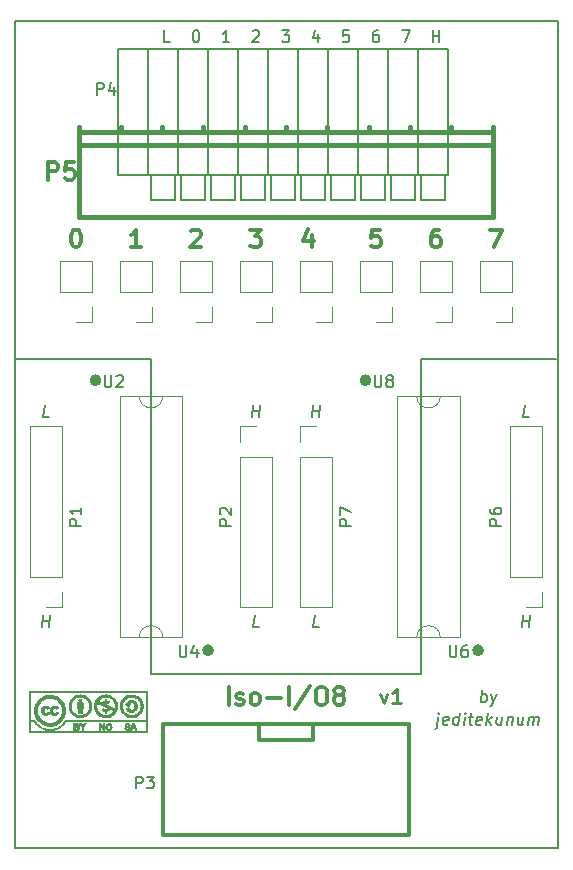
<source format=gto>
G04 #@! TF.FileFunction,Legend,Top*
%FSLAX46Y46*%
G04 Gerber Fmt 4.6, Leading zero omitted, Abs format (unit mm)*
G04 Created by KiCad (PCBNEW 4.0.7) date Wednesday, January 10, 2018 'AMt' 07:06:06 AM*
%MOMM*%
%LPD*%
G01*
G04 APERTURE LIST*
%ADD10C,0.100000*%
%ADD11C,0.200000*%
%ADD12C,0.250000*%
%ADD13C,0.300000*%
%ADD14C,0.500000*%
%ADD15C,0.120000*%
%ADD16C,0.150000*%
%ADD17C,0.381000*%
%ADD18C,0.304800*%
%ADD19C,0.299720*%
%ADD20C,0.002540*%
%ADD21C,0.203200*%
G04 APERTURE END LIST*
D10*
D11*
X77453214Y-123642381D02*
X77578214Y-122642381D01*
X77530595Y-123023333D02*
X77631786Y-122975714D01*
X77822263Y-122975714D01*
X77911548Y-123023333D01*
X77953215Y-123070952D01*
X77988929Y-123166190D01*
X77953215Y-123451905D01*
X77893691Y-123547143D01*
X77840120Y-123594762D01*
X77738929Y-123642381D01*
X77548452Y-123642381D01*
X77459167Y-123594762D01*
X78346072Y-122975714D02*
X78500833Y-123642381D01*
X78822263Y-122975714D02*
X78500833Y-123642381D01*
X78375833Y-123880476D01*
X78322262Y-123928095D01*
X78221072Y-123975714D01*
X73869881Y-124880714D02*
X73762738Y-125737857D01*
X73703214Y-125833095D01*
X73602024Y-125880714D01*
X73554405Y-125880714D01*
X73911547Y-124547381D02*
X73857976Y-124595000D01*
X73899643Y-124642619D01*
X73953214Y-124595000D01*
X73911547Y-124547381D01*
X73899643Y-124642619D01*
X74649643Y-125499762D02*
X74548452Y-125547381D01*
X74357975Y-125547381D01*
X74268690Y-125499762D01*
X74232976Y-125404524D01*
X74280595Y-125023571D01*
X74340118Y-124928333D01*
X74441309Y-124880714D01*
X74631786Y-124880714D01*
X74721071Y-124928333D01*
X74756786Y-125023571D01*
X74744881Y-125118810D01*
X74256785Y-125214048D01*
X75548452Y-125547381D02*
X75673452Y-124547381D01*
X75554405Y-125499762D02*
X75453214Y-125547381D01*
X75262737Y-125547381D01*
X75173452Y-125499762D01*
X75131785Y-125452143D01*
X75096071Y-125356905D01*
X75131785Y-125071190D01*
X75191309Y-124975952D01*
X75244880Y-124928333D01*
X75346071Y-124880714D01*
X75536548Y-124880714D01*
X75625833Y-124928333D01*
X76024642Y-125547381D02*
X76107976Y-124880714D01*
X76149642Y-124547381D02*
X76096071Y-124595000D01*
X76137738Y-124642619D01*
X76191309Y-124595000D01*
X76149642Y-124547381D01*
X76137738Y-124642619D01*
X76441309Y-124880714D02*
X76822261Y-124880714D01*
X76625832Y-124547381D02*
X76518690Y-125404524D01*
X76554404Y-125499762D01*
X76643689Y-125547381D01*
X76738927Y-125547381D01*
X77459167Y-125499762D02*
X77357976Y-125547381D01*
X77167499Y-125547381D01*
X77078214Y-125499762D01*
X77042500Y-125404524D01*
X77090119Y-125023571D01*
X77149642Y-124928333D01*
X77250833Y-124880714D01*
X77441310Y-124880714D01*
X77530595Y-124928333D01*
X77566310Y-125023571D01*
X77554405Y-125118810D01*
X77066309Y-125214048D01*
X77929404Y-125547381D02*
X78054404Y-124547381D01*
X78072261Y-125166429D02*
X78310357Y-125547381D01*
X78393691Y-124880714D02*
X77965119Y-125261667D01*
X79250834Y-124880714D02*
X79167500Y-125547381D01*
X78822262Y-124880714D02*
X78756786Y-125404524D01*
X78792500Y-125499762D01*
X78881785Y-125547381D01*
X79024643Y-125547381D01*
X79125834Y-125499762D01*
X79179405Y-125452143D01*
X79727024Y-124880714D02*
X79643690Y-125547381D01*
X79715119Y-124975952D02*
X79768690Y-124928333D01*
X79869881Y-124880714D01*
X80012739Y-124880714D01*
X80102024Y-124928333D01*
X80137739Y-125023571D01*
X80072262Y-125547381D01*
X81060358Y-124880714D02*
X80977024Y-125547381D01*
X80631786Y-124880714D02*
X80566310Y-125404524D01*
X80602024Y-125499762D01*
X80691309Y-125547381D01*
X80834167Y-125547381D01*
X80935358Y-125499762D01*
X80988929Y-125452143D01*
X81453214Y-125547381D02*
X81536548Y-124880714D01*
X81524643Y-124975952D02*
X81578214Y-124928333D01*
X81679405Y-124880714D01*
X81822263Y-124880714D01*
X81911548Y-124928333D01*
X81947263Y-125023571D01*
X81881786Y-125547381D01*
X81947263Y-125023571D02*
X82006786Y-124928333D01*
X82107977Y-124880714D01*
X82250834Y-124880714D01*
X82340119Y-124928333D01*
X82375834Y-125023571D01*
X82310357Y-125547381D01*
D12*
X68957143Y-122922143D02*
X69254762Y-123755476D01*
X69552382Y-122922143D01*
X70683334Y-123755476D02*
X69969048Y-123755476D01*
X70326191Y-123755476D02*
X70326191Y-122505476D01*
X70207143Y-122684048D01*
X70088096Y-122803095D01*
X69969048Y-122862619D01*
D13*
X56102857Y-123868571D02*
X56102857Y-122368571D01*
X56745714Y-123797143D02*
X56888571Y-123868571D01*
X57174286Y-123868571D01*
X57317143Y-123797143D01*
X57388571Y-123654286D01*
X57388571Y-123582857D01*
X57317143Y-123440000D01*
X57174286Y-123368571D01*
X56960000Y-123368571D01*
X56817143Y-123297143D01*
X56745714Y-123154286D01*
X56745714Y-123082857D01*
X56817143Y-122940000D01*
X56960000Y-122868571D01*
X57174286Y-122868571D01*
X57317143Y-122940000D01*
X58245715Y-123868571D02*
X58102857Y-123797143D01*
X58031429Y-123725714D01*
X57960000Y-123582857D01*
X57960000Y-123154286D01*
X58031429Y-123011429D01*
X58102857Y-122940000D01*
X58245715Y-122868571D01*
X58460000Y-122868571D01*
X58602857Y-122940000D01*
X58674286Y-123011429D01*
X58745715Y-123154286D01*
X58745715Y-123582857D01*
X58674286Y-123725714D01*
X58602857Y-123797143D01*
X58460000Y-123868571D01*
X58245715Y-123868571D01*
X59388572Y-123297143D02*
X60531429Y-123297143D01*
X61245715Y-123868571D02*
X61245715Y-122368571D01*
X63031429Y-122297143D02*
X61745715Y-124225714D01*
X63817144Y-122368571D02*
X64102858Y-122368571D01*
X64245716Y-122440000D01*
X64388573Y-122582857D01*
X64460001Y-122868571D01*
X64460001Y-123368571D01*
X64388573Y-123654286D01*
X64245716Y-123797143D01*
X64102858Y-123868571D01*
X63817144Y-123868571D01*
X63674287Y-123797143D01*
X63531430Y-123654286D01*
X63460001Y-123368571D01*
X63460001Y-122868571D01*
X63531430Y-122582857D01*
X63674287Y-122440000D01*
X63817144Y-122368571D01*
X65317145Y-123011429D02*
X65174287Y-122940000D01*
X65102859Y-122868571D01*
X65031430Y-122725714D01*
X65031430Y-122654286D01*
X65102859Y-122511429D01*
X65174287Y-122440000D01*
X65317145Y-122368571D01*
X65602859Y-122368571D01*
X65745716Y-122440000D01*
X65817145Y-122511429D01*
X65888573Y-122654286D01*
X65888573Y-122725714D01*
X65817145Y-122868571D01*
X65745716Y-122940000D01*
X65602859Y-123011429D01*
X65317145Y-123011429D01*
X65174287Y-123082857D01*
X65102859Y-123154286D01*
X65031430Y-123297143D01*
X65031430Y-123582857D01*
X65102859Y-123725714D01*
X65174287Y-123797143D01*
X65317145Y-123868571D01*
X65602859Y-123868571D01*
X65745716Y-123797143D01*
X65817145Y-123725714D01*
X65888573Y-123582857D01*
X65888573Y-123297143D01*
X65817145Y-123154286D01*
X65745716Y-123082857D01*
X65602859Y-123011429D01*
D14*
X67945000Y-96393000D02*
G75*
G03X67945000Y-96393000I-254000J0D01*
G01*
X77470000Y-119253000D02*
G75*
G03X77470000Y-119253000I-254000J0D01*
G01*
X54610000Y-119253000D02*
G75*
G03X54610000Y-119253000I-254000J0D01*
G01*
X45085000Y-96393000D02*
G75*
G03X45085000Y-96393000I-254000J0D01*
G01*
D11*
X72390000Y-94615000D02*
X83820000Y-94615000D01*
X72390000Y-121285000D02*
X72390000Y-94615000D01*
X49530000Y-121285000D02*
X72390000Y-121285000D01*
X49530000Y-94615000D02*
X49530000Y-121285000D01*
X49530000Y-94615000D02*
X38100000Y-94615000D01*
X63752976Y-117292381D02*
X63276785Y-117292381D01*
X63401785Y-116292381D01*
X58672976Y-117292381D02*
X58196785Y-117292381D01*
X58321785Y-116292381D01*
X81532976Y-99512381D02*
X81056785Y-99512381D01*
X81181785Y-98512381D01*
X80937738Y-117292381D02*
X81062738Y-116292381D01*
X81003215Y-116768571D02*
X81574644Y-116768571D01*
X81509167Y-117292381D02*
X81634167Y-116292381D01*
X63157738Y-99512381D02*
X63282738Y-98512381D01*
X63223215Y-98988571D02*
X63794644Y-98988571D01*
X63729167Y-99512381D02*
X63854167Y-98512381D01*
X58077738Y-99512381D02*
X58202738Y-98512381D01*
X58143215Y-98988571D02*
X58714644Y-98988571D01*
X58649167Y-99512381D02*
X58774167Y-98512381D01*
X40297738Y-117292381D02*
X40422738Y-116292381D01*
X40363215Y-116768571D02*
X40934644Y-116768571D01*
X40869167Y-117292381D02*
X40994167Y-116292381D01*
X40892976Y-99512381D02*
X40416785Y-99512381D01*
X40541785Y-98512381D01*
X51109524Y-67762381D02*
X50633333Y-67762381D01*
X50633333Y-66762381D01*
X73374286Y-67762381D02*
X73374286Y-66762381D01*
X73374286Y-67238571D02*
X73945715Y-67238571D01*
X73945715Y-67762381D02*
X73945715Y-66762381D01*
X70786667Y-66762381D02*
X71453334Y-66762381D01*
X71024762Y-67762381D01*
X68770477Y-66762381D02*
X68580000Y-66762381D01*
X68484762Y-66810000D01*
X68437143Y-66857619D01*
X68341905Y-67000476D01*
X68294286Y-67190952D01*
X68294286Y-67571905D01*
X68341905Y-67667143D01*
X68389524Y-67714762D01*
X68484762Y-67762381D01*
X68675239Y-67762381D01*
X68770477Y-67714762D01*
X68818096Y-67667143D01*
X68865715Y-67571905D01*
X68865715Y-67333810D01*
X68818096Y-67238571D01*
X68770477Y-67190952D01*
X68675239Y-67143333D01*
X68484762Y-67143333D01*
X68389524Y-67190952D01*
X68341905Y-67238571D01*
X68294286Y-67333810D01*
X66278096Y-66762381D02*
X65801905Y-66762381D01*
X65754286Y-67238571D01*
X65801905Y-67190952D01*
X65897143Y-67143333D01*
X66135239Y-67143333D01*
X66230477Y-67190952D01*
X66278096Y-67238571D01*
X66325715Y-67333810D01*
X66325715Y-67571905D01*
X66278096Y-67667143D01*
X66230477Y-67714762D01*
X66135239Y-67762381D01*
X65897143Y-67762381D01*
X65801905Y-67714762D01*
X65754286Y-67667143D01*
X63690477Y-67095714D02*
X63690477Y-67762381D01*
X63452381Y-66714762D02*
X63214286Y-67429048D01*
X63833334Y-67429048D01*
X60626667Y-66762381D02*
X61245715Y-66762381D01*
X60912381Y-67143333D01*
X61055239Y-67143333D01*
X61150477Y-67190952D01*
X61198096Y-67238571D01*
X61245715Y-67333810D01*
X61245715Y-67571905D01*
X61198096Y-67667143D01*
X61150477Y-67714762D01*
X61055239Y-67762381D01*
X60769524Y-67762381D01*
X60674286Y-67714762D01*
X60626667Y-67667143D01*
X58134286Y-66857619D02*
X58181905Y-66810000D01*
X58277143Y-66762381D01*
X58515239Y-66762381D01*
X58610477Y-66810000D01*
X58658096Y-66857619D01*
X58705715Y-66952857D01*
X58705715Y-67048095D01*
X58658096Y-67190952D01*
X58086667Y-67762381D01*
X58705715Y-67762381D01*
X56165715Y-67762381D02*
X55594286Y-67762381D01*
X55880000Y-67762381D02*
X55880000Y-66762381D01*
X55784762Y-66905238D01*
X55689524Y-67000476D01*
X55594286Y-67048095D01*
X38000000Y-66000000D02*
X38000000Y-68000000D01*
X84000000Y-66000000D02*
X84000000Y-67000000D01*
X53292381Y-66762381D02*
X53387620Y-66762381D01*
X53482858Y-66810000D01*
X53530477Y-66857619D01*
X53578096Y-66952857D01*
X53625715Y-67143333D01*
X53625715Y-67381429D01*
X53578096Y-67571905D01*
X53530477Y-67667143D01*
X53482858Y-67714762D01*
X53387620Y-67762381D01*
X53292381Y-67762381D01*
X53197143Y-67714762D01*
X53149524Y-67667143D01*
X53101905Y-67571905D01*
X53054286Y-67381429D01*
X53054286Y-67143333D01*
X53101905Y-66952857D01*
X53149524Y-66857619D01*
X53197143Y-66810000D01*
X53292381Y-66762381D01*
X84000000Y-67000000D02*
X84000000Y-68000000D01*
X38000000Y-66000000D02*
X84000000Y-66000000D01*
X38000000Y-136000000D02*
X84000000Y-136000000D01*
D13*
X43108572Y-83633571D02*
X43251429Y-83633571D01*
X43394286Y-83705000D01*
X43465715Y-83776429D01*
X43537144Y-83919286D01*
X43608572Y-84205000D01*
X43608572Y-84562143D01*
X43537144Y-84847857D01*
X43465715Y-84990714D01*
X43394286Y-85062143D01*
X43251429Y-85133571D01*
X43108572Y-85133571D01*
X42965715Y-85062143D01*
X42894286Y-84990714D01*
X42822858Y-84847857D01*
X42751429Y-84562143D01*
X42751429Y-84205000D01*
X42822858Y-83919286D01*
X42894286Y-83776429D01*
X42965715Y-83705000D01*
X43108572Y-83633571D01*
X78240001Y-83633571D02*
X79240001Y-83633571D01*
X78597144Y-85133571D01*
X73945715Y-83633571D02*
X73660001Y-83633571D01*
X73517144Y-83705000D01*
X73445715Y-83776429D01*
X73302858Y-83990714D01*
X73231429Y-84276429D01*
X73231429Y-84847857D01*
X73302858Y-84990714D01*
X73374286Y-85062143D01*
X73517144Y-85133571D01*
X73802858Y-85133571D01*
X73945715Y-85062143D01*
X74017144Y-84990714D01*
X74088572Y-84847857D01*
X74088572Y-84490714D01*
X74017144Y-84347857D01*
X73945715Y-84276429D01*
X73802858Y-84205000D01*
X73517144Y-84205000D01*
X73374286Y-84276429D01*
X73302858Y-84347857D01*
X73231429Y-84490714D01*
X68937144Y-83633571D02*
X68222858Y-83633571D01*
X68151429Y-84347857D01*
X68222858Y-84276429D01*
X68365715Y-84205000D01*
X68722858Y-84205000D01*
X68865715Y-84276429D01*
X68937144Y-84347857D01*
X69008572Y-84490714D01*
X69008572Y-84847857D01*
X68937144Y-84990714D01*
X68865715Y-85062143D01*
X68722858Y-85133571D01*
X68365715Y-85133571D01*
X68222858Y-85062143D01*
X68151429Y-84990714D01*
X63150715Y-84133571D02*
X63150715Y-85133571D01*
X62793572Y-83562143D02*
X62436429Y-84633571D01*
X63365001Y-84633571D01*
X57920001Y-83633571D02*
X58848572Y-83633571D01*
X58348572Y-84205000D01*
X58562858Y-84205000D01*
X58705715Y-84276429D01*
X58777144Y-84347857D01*
X58848572Y-84490714D01*
X58848572Y-84847857D01*
X58777144Y-84990714D01*
X58705715Y-85062143D01*
X58562858Y-85133571D01*
X58134286Y-85133571D01*
X57991429Y-85062143D01*
X57920001Y-84990714D01*
X52911429Y-83776429D02*
X52982858Y-83705000D01*
X53125715Y-83633571D01*
X53482858Y-83633571D01*
X53625715Y-83705000D01*
X53697144Y-83776429D01*
X53768572Y-83919286D01*
X53768572Y-84062143D01*
X53697144Y-84276429D01*
X52840001Y-85133571D01*
X53768572Y-85133571D01*
X48688572Y-85133571D02*
X47831429Y-85133571D01*
X48260001Y-85133571D02*
X48260001Y-83633571D01*
X48117144Y-83847857D01*
X47974286Y-83990714D01*
X47831429Y-84062143D01*
D11*
X38000000Y-136000000D02*
X38000000Y-68000000D01*
X84000000Y-68000000D02*
X84000000Y-136000000D01*
D15*
X41970000Y-113030000D02*
X41970000Y-100270000D01*
X41970000Y-100270000D02*
X39310000Y-100270000D01*
X39310000Y-100270000D02*
X39310000Y-113030000D01*
X39310000Y-113030000D02*
X41970000Y-113030000D01*
X41970000Y-114300000D02*
X41970000Y-115630000D01*
X41970000Y-115630000D02*
X40640000Y-115630000D01*
X82610000Y-113030000D02*
X82610000Y-100270000D01*
X82610000Y-100270000D02*
X79950000Y-100270000D01*
X79950000Y-100270000D02*
X79950000Y-113030000D01*
X79950000Y-113030000D02*
X82610000Y-113030000D01*
X82610000Y-114300000D02*
X82610000Y-115630000D01*
X82610000Y-115630000D02*
X81280000Y-115630000D01*
X62170000Y-102870000D02*
X62170000Y-115630000D01*
X62170000Y-115630000D02*
X64830000Y-115630000D01*
X64830000Y-115630000D02*
X64830000Y-102870000D01*
X64830000Y-102870000D02*
X62170000Y-102870000D01*
X62170000Y-101600000D02*
X62170000Y-100270000D01*
X62170000Y-100270000D02*
X63500000Y-100270000D01*
D16*
X46720000Y-68320000D02*
X49260000Y-68320000D01*
X49260000Y-68320000D02*
X49260000Y-79000000D01*
X49260000Y-79000000D02*
X46720000Y-79000000D01*
X46720000Y-79000000D02*
X46720000Y-68320000D01*
X49260000Y-68320000D02*
X51800000Y-68320000D01*
X51800000Y-68320000D02*
X51800000Y-79000000D01*
X51800000Y-79000000D02*
X49260000Y-79000000D01*
X51800000Y-68320000D02*
X54340000Y-68320000D01*
X54340000Y-68320000D02*
X54340000Y-79000000D01*
X54340000Y-79000000D02*
X51800000Y-79000000D01*
X54340000Y-68320000D02*
X56880000Y-68320000D01*
X56880000Y-68320000D02*
X56880000Y-79000000D01*
X56880000Y-79000000D02*
X54340000Y-79000000D01*
X56880000Y-68320000D02*
X59420000Y-68320000D01*
X59420000Y-68320000D02*
X59420000Y-79000000D01*
X59420000Y-79000000D02*
X56880000Y-79000000D01*
X59420000Y-68320000D02*
X61960000Y-68320000D01*
X61960000Y-68320000D02*
X61960000Y-79000000D01*
X61960000Y-79000000D02*
X59420000Y-79000000D01*
X61960000Y-68320000D02*
X64500000Y-68320000D01*
X64500000Y-68320000D02*
X64500000Y-79000000D01*
X64500000Y-79000000D02*
X61960000Y-79000000D01*
X64500000Y-68320000D02*
X67040000Y-68320000D01*
X67040000Y-68320000D02*
X67040000Y-79000000D01*
X67040000Y-79000000D02*
X64500000Y-79000000D01*
X67040000Y-68320000D02*
X69580000Y-68320000D01*
X69580000Y-68320000D02*
X69580000Y-79000000D01*
X69580000Y-79000000D02*
X67040000Y-79000000D01*
X69580000Y-68320000D02*
X72120000Y-68320000D01*
X72120000Y-68320000D02*
X72120000Y-79000000D01*
X72120000Y-79000000D02*
X69580000Y-79000000D01*
X72120000Y-68320000D02*
X74660000Y-68320000D01*
X74660000Y-68320000D02*
X74660000Y-79000000D01*
X74660000Y-79000000D02*
X72120000Y-79000000D01*
X49530000Y-79000000D02*
X49530000Y-81120000D01*
X49530000Y-81120000D02*
X51530000Y-81120000D01*
X51530000Y-81120000D02*
X51530000Y-79000000D01*
X52070000Y-79000000D02*
X52070000Y-81120000D01*
X52070000Y-81120000D02*
X54070000Y-81120000D01*
X54070000Y-81120000D02*
X54070000Y-79000000D01*
X54610000Y-79000000D02*
X54610000Y-81120000D01*
X54610000Y-81120000D02*
X56610000Y-81120000D01*
X56610000Y-81120000D02*
X56610000Y-79000000D01*
X57150000Y-79000000D02*
X57150000Y-81120000D01*
X57150000Y-81120000D02*
X59150000Y-81120000D01*
X59150000Y-81120000D02*
X59150000Y-79000000D01*
X59690000Y-79000000D02*
X59690000Y-81120000D01*
X59690000Y-81120000D02*
X61690000Y-81120000D01*
X61690000Y-81120000D02*
X61690000Y-79000000D01*
X62230000Y-79000000D02*
X62230000Y-81120000D01*
X62230000Y-81120000D02*
X64230000Y-81120000D01*
X64230000Y-81120000D02*
X64230000Y-79000000D01*
X64770000Y-79000000D02*
X64770000Y-81120000D01*
X64770000Y-81120000D02*
X66770000Y-81120000D01*
X66770000Y-81120000D02*
X66770000Y-79000000D01*
X67310000Y-79000000D02*
X67310000Y-81120000D01*
X67310000Y-81120000D02*
X69310000Y-81120000D01*
X69310000Y-81120000D02*
X69310000Y-79000000D01*
X69850000Y-79000000D02*
X69850000Y-81120000D01*
X69850000Y-81120000D02*
X71850000Y-81120000D01*
X71850000Y-81120000D02*
X71850000Y-79000000D01*
X72390000Y-79000000D02*
X72390000Y-81120000D01*
X72390000Y-81120000D02*
X74390000Y-81120000D01*
X74390000Y-81120000D02*
X74390000Y-79000000D01*
D17*
X50460000Y-75340000D02*
X50460000Y-74940000D01*
X46960000Y-75340000D02*
X46960000Y-74940000D01*
X53960000Y-75340000D02*
X53960000Y-74940000D01*
X67960000Y-75340000D02*
X67960000Y-74940000D01*
X57460000Y-75340000D02*
X57460000Y-74940000D01*
X60960000Y-75340000D02*
X60960000Y-74940000D01*
X74960000Y-75340000D02*
X74960000Y-74940000D01*
X71460000Y-75340000D02*
X71460000Y-74940000D01*
X64460000Y-75340000D02*
X64460000Y-74940000D01*
X78460000Y-76440000D02*
X43460000Y-76440000D01*
X78460000Y-75340000D02*
X43460000Y-75340000D01*
X78460000Y-82540000D02*
X78460000Y-74940000D01*
X43460000Y-74940000D02*
X43460000Y-82540000D01*
X43460000Y-82540000D02*
X78460000Y-82540000D01*
D15*
X57090000Y-102870000D02*
X57090000Y-115630000D01*
X57090000Y-115630000D02*
X59750000Y-115630000D01*
X59750000Y-115630000D02*
X59750000Y-102870000D01*
X59750000Y-102870000D02*
X57090000Y-102870000D01*
X57090000Y-101600000D02*
X57090000Y-100270000D01*
X57090000Y-100270000D02*
X58420000Y-100270000D01*
D18*
X71360000Y-125475000D02*
X50560000Y-125475000D01*
X50560000Y-134875000D02*
X71360000Y-134875000D01*
X71360000Y-134875000D02*
X71360000Y-125475000D01*
X50560000Y-134875000D02*
X50560000Y-125475000D01*
D19*
X58660000Y-125475000D02*
X58660000Y-126875000D01*
X58660000Y-126875000D02*
X63260000Y-126875000D01*
X63260000Y-126875000D02*
X63260000Y-125475000D01*
D15*
X44510000Y-88900000D02*
X44510000Y-86300000D01*
X44510000Y-86300000D02*
X41850000Y-86300000D01*
X41850000Y-86300000D02*
X41850000Y-88900000D01*
X41850000Y-88900000D02*
X44510000Y-88900000D01*
X44510000Y-90170000D02*
X44510000Y-91500000D01*
X44510000Y-91500000D02*
X43180000Y-91500000D01*
X49590000Y-88900000D02*
X49590000Y-86300000D01*
X49590000Y-86300000D02*
X46930000Y-86300000D01*
X46930000Y-86300000D02*
X46930000Y-88900000D01*
X46930000Y-88900000D02*
X49590000Y-88900000D01*
X49590000Y-90170000D02*
X49590000Y-91500000D01*
X49590000Y-91500000D02*
X48260000Y-91500000D01*
X54670000Y-88900000D02*
X54670000Y-86300000D01*
X54670000Y-86300000D02*
X52010000Y-86300000D01*
X52010000Y-86300000D02*
X52010000Y-88900000D01*
X52010000Y-88900000D02*
X54670000Y-88900000D01*
X54670000Y-90170000D02*
X54670000Y-91500000D01*
X54670000Y-91500000D02*
X53340000Y-91500000D01*
X59750000Y-88900000D02*
X59750000Y-86300000D01*
X59750000Y-86300000D02*
X57090000Y-86300000D01*
X57090000Y-86300000D02*
X57090000Y-88900000D01*
X57090000Y-88900000D02*
X59750000Y-88900000D01*
X59750000Y-90170000D02*
X59750000Y-91500000D01*
X59750000Y-91500000D02*
X58420000Y-91500000D01*
X64830000Y-88900000D02*
X64830000Y-86300000D01*
X64830000Y-86300000D02*
X62170000Y-86300000D01*
X62170000Y-86300000D02*
X62170000Y-88900000D01*
X62170000Y-88900000D02*
X64830000Y-88900000D01*
X64830000Y-90170000D02*
X64830000Y-91500000D01*
X64830000Y-91500000D02*
X63500000Y-91500000D01*
X69910000Y-88900000D02*
X69910000Y-86300000D01*
X69910000Y-86300000D02*
X67250000Y-86300000D01*
X67250000Y-86300000D02*
X67250000Y-88900000D01*
X67250000Y-88900000D02*
X69910000Y-88900000D01*
X69910000Y-90170000D02*
X69910000Y-91500000D01*
X69910000Y-91500000D02*
X68580000Y-91500000D01*
X74990000Y-88900000D02*
X74990000Y-86300000D01*
X74990000Y-86300000D02*
X72330000Y-86300000D01*
X72330000Y-86300000D02*
X72330000Y-88900000D01*
X72330000Y-88900000D02*
X74990000Y-88900000D01*
X74990000Y-90170000D02*
X74990000Y-91500000D01*
X74990000Y-91500000D02*
X73660000Y-91500000D01*
X80070000Y-88900000D02*
X80070000Y-86300000D01*
X80070000Y-86300000D02*
X77410000Y-86300000D01*
X77410000Y-86300000D02*
X77410000Y-88900000D01*
X77410000Y-88900000D02*
X80070000Y-88900000D01*
X80070000Y-90170000D02*
X80070000Y-91500000D01*
X80070000Y-91500000D02*
X78740000Y-91500000D01*
X50530000Y-97730000D02*
G75*
G02X48530000Y-97730000I-1000000J0D01*
G01*
X48530000Y-97730000D02*
X46880000Y-97730000D01*
X46880000Y-97730000D02*
X46880000Y-118170000D01*
X46880000Y-118170000D02*
X52180000Y-118170000D01*
X52180000Y-118170000D02*
X52180000Y-97730000D01*
X52180000Y-97730000D02*
X50530000Y-97730000D01*
X48530000Y-118170000D02*
G75*
G02X50530000Y-118170000I1000000J0D01*
G01*
X50530000Y-118170000D02*
X52180000Y-118170000D01*
X52180000Y-118170000D02*
X52180000Y-97730000D01*
X52180000Y-97730000D02*
X46880000Y-97730000D01*
X46880000Y-97730000D02*
X46880000Y-118170000D01*
X46880000Y-118170000D02*
X48530000Y-118170000D01*
X72025000Y-118170000D02*
G75*
G02X74025000Y-118170000I1000000J0D01*
G01*
X74025000Y-118170000D02*
X75675000Y-118170000D01*
X75675000Y-118170000D02*
X75675000Y-97730000D01*
X75675000Y-97730000D02*
X70375000Y-97730000D01*
X70375000Y-97730000D02*
X70375000Y-118170000D01*
X70375000Y-118170000D02*
X72025000Y-118170000D01*
X74025000Y-97730000D02*
G75*
G02X72025000Y-97730000I-1000000J0D01*
G01*
X72025000Y-97730000D02*
X70375000Y-97730000D01*
X70375000Y-97730000D02*
X70375000Y-118170000D01*
X70375000Y-118170000D02*
X75675000Y-118170000D01*
X75675000Y-118170000D02*
X75675000Y-97730000D01*
X75675000Y-97730000D02*
X74025000Y-97730000D01*
D20*
G36*
X49194720Y-126210060D02*
X49105820Y-126210060D01*
X49105820Y-125158500D01*
X49105820Y-124010420D01*
X49105820Y-122859800D01*
X49075340Y-122829320D01*
X49047400Y-122801380D01*
X44196000Y-122801380D01*
X39344600Y-122801380D01*
X39316660Y-122829320D01*
X39286180Y-122859800D01*
X39286180Y-124010420D01*
X39286180Y-125158500D01*
X39463980Y-125158500D01*
X39641780Y-125158500D01*
X39707820Y-125260100D01*
X39804340Y-125392180D01*
X39916100Y-125511560D01*
X40040560Y-125618240D01*
X40177720Y-125712220D01*
X40322500Y-125790960D01*
X40477440Y-125851920D01*
X40640000Y-125897640D01*
X40769540Y-125917960D01*
X40835580Y-125923040D01*
X40916860Y-125925580D01*
X41003220Y-125923040D01*
X41089580Y-125915420D01*
X41168320Y-125907800D01*
X41214040Y-125900180D01*
X41384220Y-125854460D01*
X41541700Y-125796040D01*
X41691560Y-125717300D01*
X41828720Y-125623320D01*
X41958260Y-125509020D01*
X42011600Y-125455680D01*
X42054780Y-125407420D01*
X42100500Y-125351540D01*
X42141140Y-125298200D01*
X42166540Y-125260100D01*
X42232580Y-125161040D01*
X45666660Y-125158500D01*
X49105820Y-125158500D01*
X49105820Y-126210060D01*
X49095660Y-126210060D01*
X49095660Y-126128780D01*
X49095660Y-125689360D01*
X49095660Y-125249940D01*
X45694600Y-125249940D01*
X42298620Y-125249940D01*
X42235120Y-125341380D01*
X42158920Y-125448060D01*
X42085260Y-125542040D01*
X42006520Y-125620780D01*
X41925240Y-125686820D01*
X41833800Y-125750320D01*
X41765220Y-125790960D01*
X41656000Y-125846840D01*
X41559480Y-125892560D01*
X41468040Y-125928120D01*
X41374060Y-125958600D01*
X41277540Y-125984000D01*
X41272460Y-125984000D01*
X41127680Y-126009400D01*
X40995600Y-126022100D01*
X40866060Y-126022100D01*
X40733980Y-126009400D01*
X40599360Y-125984000D01*
X40446960Y-125938280D01*
X40294560Y-125872240D01*
X40137080Y-125788420D01*
X39979600Y-125684280D01*
X39926260Y-125646180D01*
X39885620Y-125613160D01*
X39839900Y-125567440D01*
X39789100Y-125516640D01*
X39735760Y-125460760D01*
X39687500Y-125404880D01*
X39644320Y-125354080D01*
X39611300Y-125308360D01*
X39596060Y-125280420D01*
X39578280Y-125249940D01*
X39428420Y-125249940D01*
X39276020Y-125249940D01*
X39276020Y-125689360D01*
X39276020Y-126128780D01*
X44188380Y-126128780D01*
X49095660Y-126128780D01*
X49095660Y-126210060D01*
X44201080Y-126210060D01*
X39209980Y-126210060D01*
X39202360Y-126065280D01*
X39202360Y-126037340D01*
X39199820Y-125991620D01*
X39199820Y-125928120D01*
X39199820Y-125849380D01*
X39199820Y-125757940D01*
X39197280Y-125656340D01*
X39197280Y-125539500D01*
X39197280Y-125415040D01*
X39197280Y-125282960D01*
X39197280Y-125140720D01*
X39197280Y-124993400D01*
X39197280Y-124841000D01*
X39197280Y-124686060D01*
X39197280Y-124528580D01*
X39199820Y-124373640D01*
X39199820Y-124213620D01*
X39199820Y-124056140D01*
X39199820Y-123903740D01*
X39199820Y-123751340D01*
X39202360Y-123606560D01*
X39202360Y-123469400D01*
X39202360Y-123339860D01*
X39202360Y-123217940D01*
X39204900Y-123106180D01*
X39204900Y-123007120D01*
X39204900Y-122920760D01*
X39207440Y-122847100D01*
X39207440Y-122791220D01*
X39207440Y-122750580D01*
X39209980Y-122727720D01*
X39209980Y-122725180D01*
X39220140Y-122722640D01*
X39250620Y-122722640D01*
X39298880Y-122722640D01*
X39364920Y-122722640D01*
X39446200Y-122722640D01*
X39547800Y-122722640D01*
X39662100Y-122720100D01*
X39791640Y-122720100D01*
X39936420Y-122720100D01*
X40093900Y-122720100D01*
X40264080Y-122720100D01*
X40444420Y-122720100D01*
X40637460Y-122717560D01*
X40840660Y-122717560D01*
X41054020Y-122717560D01*
X41277540Y-122717560D01*
X41508680Y-122717560D01*
X41744900Y-122717560D01*
X41991280Y-122717560D01*
X42242740Y-122717560D01*
X42499280Y-122715020D01*
X42758360Y-122715020D01*
X43025060Y-122715020D01*
X43291760Y-122715020D01*
X43563540Y-122715020D01*
X43835320Y-122715020D01*
X44107100Y-122715020D01*
X44378880Y-122715020D01*
X44650660Y-122715020D01*
X44922440Y-122715020D01*
X45191680Y-122715020D01*
X45458380Y-122715020D01*
X45720000Y-122715020D01*
X45979080Y-122715020D01*
X46233080Y-122715020D01*
X46482000Y-122715020D01*
X46723300Y-122715020D01*
X46959520Y-122715020D01*
X47185580Y-122715020D01*
X47404020Y-122715020D01*
X47612300Y-122715020D01*
X47810420Y-122715020D01*
X48000920Y-122715020D01*
X48176180Y-122715020D01*
X48341280Y-122715020D01*
X48491140Y-122715020D01*
X48628300Y-122715020D01*
X48752760Y-122715020D01*
X48859440Y-122715020D01*
X48950880Y-122717560D01*
X49027080Y-122717560D01*
X49085500Y-122717560D01*
X49123600Y-122717560D01*
X49146460Y-122717560D01*
X49149000Y-122717560D01*
X49194720Y-122722640D01*
X49194720Y-124465080D01*
X49194720Y-126210060D01*
X49194720Y-126210060D01*
X49194720Y-126210060D01*
G37*
X49194720Y-126210060D02*
X49105820Y-126210060D01*
X49105820Y-125158500D01*
X49105820Y-124010420D01*
X49105820Y-122859800D01*
X49075340Y-122829320D01*
X49047400Y-122801380D01*
X44196000Y-122801380D01*
X39344600Y-122801380D01*
X39316660Y-122829320D01*
X39286180Y-122859800D01*
X39286180Y-124010420D01*
X39286180Y-125158500D01*
X39463980Y-125158500D01*
X39641780Y-125158500D01*
X39707820Y-125260100D01*
X39804340Y-125392180D01*
X39916100Y-125511560D01*
X40040560Y-125618240D01*
X40177720Y-125712220D01*
X40322500Y-125790960D01*
X40477440Y-125851920D01*
X40640000Y-125897640D01*
X40769540Y-125917960D01*
X40835580Y-125923040D01*
X40916860Y-125925580D01*
X41003220Y-125923040D01*
X41089580Y-125915420D01*
X41168320Y-125907800D01*
X41214040Y-125900180D01*
X41384220Y-125854460D01*
X41541700Y-125796040D01*
X41691560Y-125717300D01*
X41828720Y-125623320D01*
X41958260Y-125509020D01*
X42011600Y-125455680D01*
X42054780Y-125407420D01*
X42100500Y-125351540D01*
X42141140Y-125298200D01*
X42166540Y-125260100D01*
X42232580Y-125161040D01*
X45666660Y-125158500D01*
X49105820Y-125158500D01*
X49105820Y-126210060D01*
X49095660Y-126210060D01*
X49095660Y-126128780D01*
X49095660Y-125689360D01*
X49095660Y-125249940D01*
X45694600Y-125249940D01*
X42298620Y-125249940D01*
X42235120Y-125341380D01*
X42158920Y-125448060D01*
X42085260Y-125542040D01*
X42006520Y-125620780D01*
X41925240Y-125686820D01*
X41833800Y-125750320D01*
X41765220Y-125790960D01*
X41656000Y-125846840D01*
X41559480Y-125892560D01*
X41468040Y-125928120D01*
X41374060Y-125958600D01*
X41277540Y-125984000D01*
X41272460Y-125984000D01*
X41127680Y-126009400D01*
X40995600Y-126022100D01*
X40866060Y-126022100D01*
X40733980Y-126009400D01*
X40599360Y-125984000D01*
X40446960Y-125938280D01*
X40294560Y-125872240D01*
X40137080Y-125788420D01*
X39979600Y-125684280D01*
X39926260Y-125646180D01*
X39885620Y-125613160D01*
X39839900Y-125567440D01*
X39789100Y-125516640D01*
X39735760Y-125460760D01*
X39687500Y-125404880D01*
X39644320Y-125354080D01*
X39611300Y-125308360D01*
X39596060Y-125280420D01*
X39578280Y-125249940D01*
X39428420Y-125249940D01*
X39276020Y-125249940D01*
X39276020Y-125689360D01*
X39276020Y-126128780D01*
X44188380Y-126128780D01*
X49095660Y-126128780D01*
X49095660Y-126210060D01*
X44201080Y-126210060D01*
X39209980Y-126210060D01*
X39202360Y-126065280D01*
X39202360Y-126037340D01*
X39199820Y-125991620D01*
X39199820Y-125928120D01*
X39199820Y-125849380D01*
X39199820Y-125757940D01*
X39197280Y-125656340D01*
X39197280Y-125539500D01*
X39197280Y-125415040D01*
X39197280Y-125282960D01*
X39197280Y-125140720D01*
X39197280Y-124993400D01*
X39197280Y-124841000D01*
X39197280Y-124686060D01*
X39197280Y-124528580D01*
X39199820Y-124373640D01*
X39199820Y-124213620D01*
X39199820Y-124056140D01*
X39199820Y-123903740D01*
X39199820Y-123751340D01*
X39202360Y-123606560D01*
X39202360Y-123469400D01*
X39202360Y-123339860D01*
X39202360Y-123217940D01*
X39204900Y-123106180D01*
X39204900Y-123007120D01*
X39204900Y-122920760D01*
X39207440Y-122847100D01*
X39207440Y-122791220D01*
X39207440Y-122750580D01*
X39209980Y-122727720D01*
X39209980Y-122725180D01*
X39220140Y-122722640D01*
X39250620Y-122722640D01*
X39298880Y-122722640D01*
X39364920Y-122722640D01*
X39446200Y-122722640D01*
X39547800Y-122722640D01*
X39662100Y-122720100D01*
X39791640Y-122720100D01*
X39936420Y-122720100D01*
X40093900Y-122720100D01*
X40264080Y-122720100D01*
X40444420Y-122720100D01*
X40637460Y-122717560D01*
X40840660Y-122717560D01*
X41054020Y-122717560D01*
X41277540Y-122717560D01*
X41508680Y-122717560D01*
X41744900Y-122717560D01*
X41991280Y-122717560D01*
X42242740Y-122717560D01*
X42499280Y-122715020D01*
X42758360Y-122715020D01*
X43025060Y-122715020D01*
X43291760Y-122715020D01*
X43563540Y-122715020D01*
X43835320Y-122715020D01*
X44107100Y-122715020D01*
X44378880Y-122715020D01*
X44650660Y-122715020D01*
X44922440Y-122715020D01*
X45191680Y-122715020D01*
X45458380Y-122715020D01*
X45720000Y-122715020D01*
X45979080Y-122715020D01*
X46233080Y-122715020D01*
X46482000Y-122715020D01*
X46723300Y-122715020D01*
X46959520Y-122715020D01*
X47185580Y-122715020D01*
X47404020Y-122715020D01*
X47612300Y-122715020D01*
X47810420Y-122715020D01*
X48000920Y-122715020D01*
X48176180Y-122715020D01*
X48341280Y-122715020D01*
X48491140Y-122715020D01*
X48628300Y-122715020D01*
X48752760Y-122715020D01*
X48859440Y-122715020D01*
X48950880Y-122717560D01*
X49027080Y-122717560D01*
X49085500Y-122717560D01*
X49123600Y-122717560D01*
X49146460Y-122717560D01*
X49149000Y-122717560D01*
X49194720Y-122722640D01*
X49194720Y-124465080D01*
X49194720Y-126210060D01*
X49194720Y-126210060D01*
G36*
X46184820Y-125778260D02*
X46179740Y-125806200D01*
X46154340Y-125877320D01*
X46116240Y-125930660D01*
X46065440Y-125971300D01*
X46004480Y-125994160D01*
X45933360Y-126001780D01*
X45890180Y-125996700D01*
X45836840Y-125986540D01*
X45796200Y-125966220D01*
X45755560Y-125933200D01*
X45737780Y-125915420D01*
X45699680Y-125859540D01*
X45674280Y-125793500D01*
X45666660Y-125724920D01*
X45671740Y-125653800D01*
X45689520Y-125585220D01*
X45725080Y-125524260D01*
X45745400Y-125498860D01*
X45798740Y-125458220D01*
X45859700Y-125432820D01*
X45923200Y-125422660D01*
X45986700Y-125427740D01*
X46045120Y-125445520D01*
X46098460Y-125478540D01*
X46141640Y-125524260D01*
X46154340Y-125549660D01*
X46167040Y-125577600D01*
X46174660Y-125603000D01*
X46174660Y-125608080D01*
X46172120Y-125620780D01*
X46161960Y-125625860D01*
X46139100Y-125628400D01*
X46121320Y-125628400D01*
X46088300Y-125628400D01*
X46070520Y-125623320D01*
X46057820Y-125613160D01*
X46050200Y-125597920D01*
X46019720Y-125559820D01*
X45981620Y-125539500D01*
X45938440Y-125529340D01*
X45895260Y-125536960D01*
X45854620Y-125557280D01*
X45821600Y-125592840D01*
X45811440Y-125613160D01*
X45798740Y-125653800D01*
X45793660Y-125707140D01*
X45796200Y-125760480D01*
X45806360Y-125806200D01*
X45811440Y-125816360D01*
X45841920Y-125859540D01*
X45882560Y-125884940D01*
X45928280Y-125897640D01*
X45974000Y-125892560D01*
X45994320Y-125882400D01*
X46022260Y-125862080D01*
X46042580Y-125831600D01*
X46055280Y-125801120D01*
X46055280Y-125793500D01*
X46057820Y-125785880D01*
X46073060Y-125780800D01*
X46101000Y-125778260D01*
X46118780Y-125778260D01*
X46184820Y-125778260D01*
X46184820Y-125778260D01*
X46184820Y-125778260D01*
G37*
X46184820Y-125778260D02*
X46179740Y-125806200D01*
X46154340Y-125877320D01*
X46116240Y-125930660D01*
X46065440Y-125971300D01*
X46004480Y-125994160D01*
X45933360Y-126001780D01*
X45890180Y-125996700D01*
X45836840Y-125986540D01*
X45796200Y-125966220D01*
X45755560Y-125933200D01*
X45737780Y-125915420D01*
X45699680Y-125859540D01*
X45674280Y-125793500D01*
X45666660Y-125724920D01*
X45671740Y-125653800D01*
X45689520Y-125585220D01*
X45725080Y-125524260D01*
X45745400Y-125498860D01*
X45798740Y-125458220D01*
X45859700Y-125432820D01*
X45923200Y-125422660D01*
X45986700Y-125427740D01*
X46045120Y-125445520D01*
X46098460Y-125478540D01*
X46141640Y-125524260D01*
X46154340Y-125549660D01*
X46167040Y-125577600D01*
X46174660Y-125603000D01*
X46174660Y-125608080D01*
X46172120Y-125620780D01*
X46161960Y-125625860D01*
X46139100Y-125628400D01*
X46121320Y-125628400D01*
X46088300Y-125628400D01*
X46070520Y-125623320D01*
X46057820Y-125613160D01*
X46050200Y-125597920D01*
X46019720Y-125559820D01*
X45981620Y-125539500D01*
X45938440Y-125529340D01*
X45895260Y-125536960D01*
X45854620Y-125557280D01*
X45821600Y-125592840D01*
X45811440Y-125613160D01*
X45798740Y-125653800D01*
X45793660Y-125707140D01*
X45796200Y-125760480D01*
X45806360Y-125806200D01*
X45811440Y-125816360D01*
X45841920Y-125859540D01*
X45882560Y-125884940D01*
X45928280Y-125897640D01*
X45974000Y-125892560D01*
X45994320Y-125882400D01*
X46022260Y-125862080D01*
X46042580Y-125831600D01*
X46055280Y-125801120D01*
X46055280Y-125793500D01*
X46057820Y-125785880D01*
X46073060Y-125780800D01*
X46101000Y-125778260D01*
X46118780Y-125778260D01*
X46184820Y-125778260D01*
X46184820Y-125778260D01*
G36*
X47734220Y-125849380D02*
X47724060Y-125887480D01*
X47701200Y-125923040D01*
X47693580Y-125933200D01*
X47655480Y-125966220D01*
X47602140Y-125989080D01*
X47541180Y-126001780D01*
X47477680Y-126001780D01*
X47470060Y-126001780D01*
X47398940Y-125986540D01*
X47343060Y-125956060D01*
X47302420Y-125915420D01*
X47277020Y-125862080D01*
X47274480Y-125857000D01*
X47269400Y-125826520D01*
X47274480Y-125808740D01*
X47292260Y-125801120D01*
X47325280Y-125801120D01*
X47335440Y-125801120D01*
X47365920Y-125803660D01*
X47383700Y-125808740D01*
X47393860Y-125821440D01*
X47398940Y-125839220D01*
X47419260Y-125872240D01*
X47452280Y-125897640D01*
X47495460Y-125907800D01*
X47543720Y-125902720D01*
X47571660Y-125895100D01*
X47602140Y-125877320D01*
X47614840Y-125854460D01*
X47612300Y-125826520D01*
X47604680Y-125811280D01*
X47589440Y-125798580D01*
X47564040Y-125785880D01*
X47525940Y-125770640D01*
X47472600Y-125752860D01*
X47444660Y-125745240D01*
X47396400Y-125730000D01*
X47363380Y-125714760D01*
X47340520Y-125699520D01*
X47327820Y-125684280D01*
X47297340Y-125638560D01*
X47287180Y-125595380D01*
X47292260Y-125549660D01*
X47312580Y-125509020D01*
X47345600Y-125473460D01*
X47388780Y-125445520D01*
X47439580Y-125427740D01*
X47498000Y-125422660D01*
X47553880Y-125427740D01*
X47617380Y-125448060D01*
X47665640Y-125476000D01*
X47696120Y-125516640D01*
X47711360Y-125567440D01*
X47711360Y-125567440D01*
X47716440Y-125608080D01*
X47660560Y-125608080D01*
X47627540Y-125608080D01*
X47609760Y-125603000D01*
X47599600Y-125595380D01*
X47591980Y-125577600D01*
X47574200Y-125547120D01*
X47541180Y-125529340D01*
X47503080Y-125519180D01*
X47464980Y-125524260D01*
X47431960Y-125539500D01*
X47429420Y-125544580D01*
X47411640Y-125564900D01*
X47406560Y-125582680D01*
X47416720Y-125600460D01*
X47421800Y-125608080D01*
X47444660Y-125620780D01*
X47485300Y-125638560D01*
X47543720Y-125656340D01*
X47548800Y-125656340D01*
X47614840Y-125679200D01*
X47665640Y-125699520D01*
X47698660Y-125724920D01*
X47721520Y-125755400D01*
X47731680Y-125793500D01*
X47731680Y-125801120D01*
X47734220Y-125849380D01*
X47734220Y-125849380D01*
X47734220Y-125849380D01*
G37*
X47734220Y-125849380D02*
X47724060Y-125887480D01*
X47701200Y-125923040D01*
X47693580Y-125933200D01*
X47655480Y-125966220D01*
X47602140Y-125989080D01*
X47541180Y-126001780D01*
X47477680Y-126001780D01*
X47470060Y-126001780D01*
X47398940Y-125986540D01*
X47343060Y-125956060D01*
X47302420Y-125915420D01*
X47277020Y-125862080D01*
X47274480Y-125857000D01*
X47269400Y-125826520D01*
X47274480Y-125808740D01*
X47292260Y-125801120D01*
X47325280Y-125801120D01*
X47335440Y-125801120D01*
X47365920Y-125803660D01*
X47383700Y-125808740D01*
X47393860Y-125821440D01*
X47398940Y-125839220D01*
X47419260Y-125872240D01*
X47452280Y-125897640D01*
X47495460Y-125907800D01*
X47543720Y-125902720D01*
X47571660Y-125895100D01*
X47602140Y-125877320D01*
X47614840Y-125854460D01*
X47612300Y-125826520D01*
X47604680Y-125811280D01*
X47589440Y-125798580D01*
X47564040Y-125785880D01*
X47525940Y-125770640D01*
X47472600Y-125752860D01*
X47444660Y-125745240D01*
X47396400Y-125730000D01*
X47363380Y-125714760D01*
X47340520Y-125699520D01*
X47327820Y-125684280D01*
X47297340Y-125638560D01*
X47287180Y-125595380D01*
X47292260Y-125549660D01*
X47312580Y-125509020D01*
X47345600Y-125473460D01*
X47388780Y-125445520D01*
X47439580Y-125427740D01*
X47498000Y-125422660D01*
X47553880Y-125427740D01*
X47617380Y-125448060D01*
X47665640Y-125476000D01*
X47696120Y-125516640D01*
X47711360Y-125567440D01*
X47711360Y-125567440D01*
X47716440Y-125608080D01*
X47660560Y-125608080D01*
X47627540Y-125608080D01*
X47609760Y-125603000D01*
X47599600Y-125595380D01*
X47591980Y-125577600D01*
X47574200Y-125547120D01*
X47541180Y-125529340D01*
X47503080Y-125519180D01*
X47464980Y-125524260D01*
X47431960Y-125539500D01*
X47429420Y-125544580D01*
X47411640Y-125564900D01*
X47406560Y-125582680D01*
X47416720Y-125600460D01*
X47421800Y-125608080D01*
X47444660Y-125620780D01*
X47485300Y-125638560D01*
X47543720Y-125656340D01*
X47548800Y-125656340D01*
X47614840Y-125679200D01*
X47665640Y-125699520D01*
X47698660Y-125724920D01*
X47721520Y-125755400D01*
X47731680Y-125793500D01*
X47731680Y-125801120D01*
X47734220Y-125849380D01*
X47734220Y-125849380D01*
G36*
X43434000Y-125849380D02*
X43418760Y-125900180D01*
X43385740Y-125943360D01*
X43342560Y-125968760D01*
X43324780Y-125976380D01*
X43307000Y-125981460D01*
X43307000Y-125818900D01*
X43304460Y-125788420D01*
X43291760Y-125768100D01*
X43286680Y-125765560D01*
X43286680Y-125590300D01*
X43276520Y-125562360D01*
X43271440Y-125554740D01*
X43256200Y-125544580D01*
X43228260Y-125539500D01*
X43187620Y-125539500D01*
X43177460Y-125539500D01*
X43098720Y-125539500D01*
X43096180Y-125569980D01*
X43093640Y-125603000D01*
X43096180Y-125630940D01*
X43098720Y-125646180D01*
X43103800Y-125653800D01*
X43119040Y-125658880D01*
X43146980Y-125658880D01*
X43169840Y-125658880D01*
X43220640Y-125656340D01*
X43256200Y-125648720D01*
X43263820Y-125643640D01*
X43281600Y-125620780D01*
X43286680Y-125590300D01*
X43286680Y-125765560D01*
X43266360Y-125755400D01*
X43228260Y-125750320D01*
X43180000Y-125747780D01*
X43096180Y-125747780D01*
X43096180Y-125818900D01*
X43096180Y-125890020D01*
X43185080Y-125890020D01*
X43230800Y-125887480D01*
X43261280Y-125884940D01*
X43281600Y-125877320D01*
X43289220Y-125872240D01*
X43304460Y-125846840D01*
X43307000Y-125818900D01*
X43307000Y-125981460D01*
X43301920Y-125981460D01*
X43273980Y-125986540D01*
X43235880Y-125986540D01*
X43182540Y-125989080D01*
X43134280Y-125989080D01*
X42966640Y-125989080D01*
X42966640Y-125714760D01*
X42966640Y-125437900D01*
X43131740Y-125437900D01*
X43205400Y-125440440D01*
X43258740Y-125440440D01*
X43301920Y-125445520D01*
X43332400Y-125453140D01*
X43355260Y-125463300D01*
X43373040Y-125478540D01*
X43380660Y-125486160D01*
X43395900Y-125514100D01*
X43403520Y-125552200D01*
X43406060Y-125592840D01*
X43403520Y-125613160D01*
X43390820Y-125638560D01*
X43370500Y-125663960D01*
X43367960Y-125666500D01*
X43352720Y-125684280D01*
X43350180Y-125694440D01*
X43357800Y-125696980D01*
X43383200Y-125714760D01*
X43411140Y-125742700D01*
X43428920Y-125778260D01*
X43431460Y-125793500D01*
X43434000Y-125849380D01*
X43434000Y-125849380D01*
X43434000Y-125849380D01*
G37*
X43434000Y-125849380D02*
X43418760Y-125900180D01*
X43385740Y-125943360D01*
X43342560Y-125968760D01*
X43324780Y-125976380D01*
X43307000Y-125981460D01*
X43307000Y-125818900D01*
X43304460Y-125788420D01*
X43291760Y-125768100D01*
X43286680Y-125765560D01*
X43286680Y-125590300D01*
X43276520Y-125562360D01*
X43271440Y-125554740D01*
X43256200Y-125544580D01*
X43228260Y-125539500D01*
X43187620Y-125539500D01*
X43177460Y-125539500D01*
X43098720Y-125539500D01*
X43096180Y-125569980D01*
X43093640Y-125603000D01*
X43096180Y-125630940D01*
X43098720Y-125646180D01*
X43103800Y-125653800D01*
X43119040Y-125658880D01*
X43146980Y-125658880D01*
X43169840Y-125658880D01*
X43220640Y-125656340D01*
X43256200Y-125648720D01*
X43263820Y-125643640D01*
X43281600Y-125620780D01*
X43286680Y-125590300D01*
X43286680Y-125765560D01*
X43266360Y-125755400D01*
X43228260Y-125750320D01*
X43180000Y-125747780D01*
X43096180Y-125747780D01*
X43096180Y-125818900D01*
X43096180Y-125890020D01*
X43185080Y-125890020D01*
X43230800Y-125887480D01*
X43261280Y-125884940D01*
X43281600Y-125877320D01*
X43289220Y-125872240D01*
X43304460Y-125846840D01*
X43307000Y-125818900D01*
X43307000Y-125981460D01*
X43301920Y-125981460D01*
X43273980Y-125986540D01*
X43235880Y-125986540D01*
X43182540Y-125989080D01*
X43134280Y-125989080D01*
X42966640Y-125989080D01*
X42966640Y-125714760D01*
X42966640Y-125437900D01*
X43131740Y-125437900D01*
X43205400Y-125440440D01*
X43258740Y-125440440D01*
X43301920Y-125445520D01*
X43332400Y-125453140D01*
X43355260Y-125463300D01*
X43373040Y-125478540D01*
X43380660Y-125486160D01*
X43395900Y-125514100D01*
X43403520Y-125552200D01*
X43406060Y-125592840D01*
X43403520Y-125613160D01*
X43390820Y-125638560D01*
X43370500Y-125663960D01*
X43367960Y-125666500D01*
X43352720Y-125684280D01*
X43350180Y-125694440D01*
X43357800Y-125696980D01*
X43383200Y-125714760D01*
X43411140Y-125742700D01*
X43428920Y-125778260D01*
X43431460Y-125793500D01*
X43434000Y-125849380D01*
X43434000Y-125849380D01*
G36*
X43985180Y-125437900D02*
X43881040Y-125613160D01*
X43776900Y-125788420D01*
X43776900Y-125887480D01*
X43776900Y-125989080D01*
X43718480Y-125989080D01*
X43657520Y-125989080D01*
X43657520Y-125882400D01*
X43657520Y-125775720D01*
X43561000Y-125615700D01*
X43530520Y-125564900D01*
X43502580Y-125519180D01*
X43482260Y-125481080D01*
X43467020Y-125458220D01*
X43459400Y-125445520D01*
X43467020Y-125442980D01*
X43489880Y-125440440D01*
X43522900Y-125437900D01*
X43525440Y-125437900D01*
X43596560Y-125437900D01*
X43657520Y-125544580D01*
X43685460Y-125592840D01*
X43705780Y-125623320D01*
X43721020Y-125638560D01*
X43728640Y-125638560D01*
X43736260Y-125623320D01*
X43751500Y-125597920D01*
X43774360Y-125559820D01*
X43789600Y-125534420D01*
X43842940Y-125442980D01*
X43914060Y-125440440D01*
X43985180Y-125437900D01*
X43985180Y-125437900D01*
X43985180Y-125437900D01*
G37*
X43985180Y-125437900D02*
X43881040Y-125613160D01*
X43776900Y-125788420D01*
X43776900Y-125887480D01*
X43776900Y-125989080D01*
X43718480Y-125989080D01*
X43657520Y-125989080D01*
X43657520Y-125882400D01*
X43657520Y-125775720D01*
X43561000Y-125615700D01*
X43530520Y-125564900D01*
X43502580Y-125519180D01*
X43482260Y-125481080D01*
X43467020Y-125458220D01*
X43459400Y-125445520D01*
X43467020Y-125442980D01*
X43489880Y-125440440D01*
X43522900Y-125437900D01*
X43525440Y-125437900D01*
X43596560Y-125437900D01*
X43657520Y-125544580D01*
X43685460Y-125592840D01*
X43705780Y-125623320D01*
X43721020Y-125638560D01*
X43728640Y-125638560D01*
X43736260Y-125623320D01*
X43751500Y-125597920D01*
X43774360Y-125559820D01*
X43789600Y-125534420D01*
X43842940Y-125442980D01*
X43914060Y-125440440D01*
X43985180Y-125437900D01*
X43985180Y-125437900D01*
G36*
X45585380Y-125989080D02*
X45521880Y-125989080D01*
X45460920Y-125989080D01*
X45349160Y-125811280D01*
X45239940Y-125636020D01*
X45237400Y-125813820D01*
X45234860Y-125989080D01*
X45173900Y-125989080D01*
X45115480Y-125989080D01*
X45115480Y-125714760D01*
X45115480Y-125437900D01*
X45178980Y-125437900D01*
X45242480Y-125437900D01*
X45349160Y-125613160D01*
X45382180Y-125666500D01*
X45412660Y-125712220D01*
X45435520Y-125747780D01*
X45453300Y-125773180D01*
X45460920Y-125783340D01*
X45463460Y-125783340D01*
X45463460Y-125773180D01*
X45466000Y-125745240D01*
X45466000Y-125704600D01*
X45466000Y-125653800D01*
X45466000Y-125610620D01*
X45463460Y-125437900D01*
X45524420Y-125437900D01*
X45585380Y-125437900D01*
X45585380Y-125714760D01*
X45585380Y-125989080D01*
X45585380Y-125989080D01*
X45585380Y-125989080D01*
G37*
X45585380Y-125989080D02*
X45521880Y-125989080D01*
X45460920Y-125989080D01*
X45349160Y-125811280D01*
X45239940Y-125636020D01*
X45237400Y-125813820D01*
X45234860Y-125989080D01*
X45173900Y-125989080D01*
X45115480Y-125989080D01*
X45115480Y-125714760D01*
X45115480Y-125437900D01*
X45178980Y-125437900D01*
X45242480Y-125437900D01*
X45349160Y-125613160D01*
X45382180Y-125666500D01*
X45412660Y-125712220D01*
X45435520Y-125747780D01*
X45453300Y-125773180D01*
X45460920Y-125783340D01*
X45463460Y-125783340D01*
X45463460Y-125773180D01*
X45466000Y-125745240D01*
X45466000Y-125704600D01*
X45466000Y-125653800D01*
X45466000Y-125610620D01*
X45463460Y-125437900D01*
X45524420Y-125437900D01*
X45585380Y-125437900D01*
X45585380Y-125714760D01*
X45585380Y-125989080D01*
X45585380Y-125989080D01*
G36*
X48285400Y-125981460D02*
X48275240Y-125986540D01*
X48252380Y-125989080D01*
X48221900Y-125989080D01*
X48158400Y-125989080D01*
X48140620Y-125928120D01*
X48122840Y-125869700D01*
X48084740Y-125869700D01*
X48084740Y-125768100D01*
X48054260Y-125679200D01*
X48039020Y-125641100D01*
X48028860Y-125610620D01*
X48018700Y-125597920D01*
X48016160Y-125595380D01*
X48008540Y-125608080D01*
X47998380Y-125633480D01*
X47985680Y-125666500D01*
X47972980Y-125702060D01*
X47962820Y-125732540D01*
X47957740Y-125755400D01*
X47955200Y-125763020D01*
X47965360Y-125765560D01*
X47988220Y-125768100D01*
X48018700Y-125768100D01*
X48084740Y-125768100D01*
X48084740Y-125869700D01*
X48018700Y-125869700D01*
X47917100Y-125869700D01*
X47894240Y-125928120D01*
X47871380Y-125989080D01*
X47810420Y-125989080D01*
X47746920Y-125989080D01*
X47851060Y-125717300D01*
X47952660Y-125442980D01*
X48021240Y-125442980D01*
X48087280Y-125442980D01*
X48186340Y-125709680D01*
X48211740Y-125778260D01*
X48234600Y-125839220D01*
X48254920Y-125895100D01*
X48270160Y-125938280D01*
X48280320Y-125966220D01*
X48285400Y-125981460D01*
X48285400Y-125981460D01*
X48285400Y-125981460D01*
X48285400Y-125981460D01*
G37*
X48285400Y-125981460D02*
X48275240Y-125986540D01*
X48252380Y-125989080D01*
X48221900Y-125989080D01*
X48158400Y-125989080D01*
X48140620Y-125928120D01*
X48122840Y-125869700D01*
X48084740Y-125869700D01*
X48084740Y-125768100D01*
X48054260Y-125679200D01*
X48039020Y-125641100D01*
X48028860Y-125610620D01*
X48018700Y-125597920D01*
X48016160Y-125595380D01*
X48008540Y-125608080D01*
X47998380Y-125633480D01*
X47985680Y-125666500D01*
X47972980Y-125702060D01*
X47962820Y-125732540D01*
X47957740Y-125755400D01*
X47955200Y-125763020D01*
X47965360Y-125765560D01*
X47988220Y-125768100D01*
X48018700Y-125768100D01*
X48084740Y-125768100D01*
X48084740Y-125869700D01*
X48018700Y-125869700D01*
X47917100Y-125869700D01*
X47894240Y-125928120D01*
X47871380Y-125989080D01*
X47810420Y-125989080D01*
X47746920Y-125989080D01*
X47851060Y-125717300D01*
X47952660Y-125442980D01*
X48021240Y-125442980D01*
X48087280Y-125442980D01*
X48186340Y-125709680D01*
X48211740Y-125778260D01*
X48234600Y-125839220D01*
X48254920Y-125895100D01*
X48270160Y-125938280D01*
X48280320Y-125966220D01*
X48285400Y-125981460D01*
X48285400Y-125981460D01*
X48285400Y-125981460D01*
G36*
X42235120Y-124322840D02*
X42235120Y-124393960D01*
X42230040Y-124487940D01*
X42222420Y-124571760D01*
X42209720Y-124647960D01*
X42191940Y-124719080D01*
X42166540Y-124792740D01*
X42148760Y-124843540D01*
X42085260Y-124973080D01*
X42006520Y-125095000D01*
X42003980Y-125097540D01*
X42003980Y-124322840D01*
X41993820Y-124183140D01*
X41965880Y-124048520D01*
X41920160Y-123918980D01*
X41856660Y-123794520D01*
X41777920Y-123680220D01*
X41683940Y-123576080D01*
X41574720Y-123482100D01*
X41452800Y-123400820D01*
X41445180Y-123398280D01*
X41325800Y-123342400D01*
X41198800Y-123301760D01*
X41064180Y-123278900D01*
X40927020Y-123273820D01*
X40789860Y-123283980D01*
X40657780Y-123309380D01*
X40530780Y-123352560D01*
X40449500Y-123390660D01*
X40335200Y-123461780D01*
X40228520Y-123550680D01*
X40134540Y-123649740D01*
X40050720Y-123758960D01*
X39982140Y-123875800D01*
X39928800Y-123997720D01*
X39908480Y-124066300D01*
X39878000Y-124211080D01*
X39870380Y-124353320D01*
X39880540Y-124490480D01*
X39911020Y-124627640D01*
X39959280Y-124757180D01*
X40027860Y-124881640D01*
X40111680Y-125001020D01*
X40210740Y-125107700D01*
X40327580Y-125204220D01*
X40446960Y-125280420D01*
X40573960Y-125338840D01*
X40706040Y-125379480D01*
X40843200Y-125399800D01*
X40990520Y-125399800D01*
X41122600Y-125387100D01*
X41244520Y-125359160D01*
X41363900Y-125313440D01*
X41480740Y-125252480D01*
X41589960Y-125176280D01*
X41691560Y-125089920D01*
X41780460Y-124993400D01*
X41854120Y-124889260D01*
X41912540Y-124780040D01*
X41927780Y-124747020D01*
X41973500Y-124604780D01*
X41998900Y-124462540D01*
X42003980Y-124322840D01*
X42003980Y-125097540D01*
X41912540Y-125209300D01*
X41808400Y-125313440D01*
X41691560Y-125404880D01*
X41564560Y-125483620D01*
X41432480Y-125547120D01*
X41297860Y-125595380D01*
X41158160Y-125625860D01*
X41092120Y-125633480D01*
X41028620Y-125638560D01*
X40977820Y-125641100D01*
X40934640Y-125643640D01*
X40896540Y-125643640D01*
X40855900Y-125641100D01*
X40820340Y-125638560D01*
X40667940Y-125618240D01*
X40523160Y-125580140D01*
X40386000Y-125521720D01*
X40253920Y-125448060D01*
X40126920Y-125354080D01*
X40005000Y-125239780D01*
X40002460Y-125237240D01*
X39895780Y-125115320D01*
X39806880Y-124990860D01*
X39738300Y-124858780D01*
X39687500Y-124721620D01*
X39654480Y-124574300D01*
X39639240Y-124421900D01*
X39636700Y-124340620D01*
X39641780Y-124198380D01*
X39662100Y-124063760D01*
X39695120Y-123939300D01*
X39740840Y-123814840D01*
X39778940Y-123738640D01*
X39860220Y-123604020D01*
X39956740Y-123479560D01*
X40065960Y-123367800D01*
X40185340Y-123271280D01*
X40317420Y-123187460D01*
X40454580Y-123121420D01*
X40599360Y-123073160D01*
X40690800Y-123052840D01*
X40756840Y-123045220D01*
X40838120Y-123040140D01*
X40924480Y-123037600D01*
X41010840Y-123040140D01*
X41094660Y-123042680D01*
X41165780Y-123050300D01*
X41181020Y-123055380D01*
X41333420Y-123090940D01*
X41478200Y-123146820D01*
X41612820Y-123217940D01*
X41739820Y-123304300D01*
X41856660Y-123405900D01*
X41958260Y-123520200D01*
X42049700Y-123644660D01*
X42123360Y-123781820D01*
X42179240Y-123924060D01*
X42189400Y-123962160D01*
X42209720Y-124030740D01*
X42222420Y-124096780D01*
X42230040Y-124165360D01*
X42235120Y-124239020D01*
X42235120Y-124322840D01*
X42235120Y-124322840D01*
X42235120Y-124322840D01*
G37*
X42235120Y-124322840D02*
X42235120Y-124393960D01*
X42230040Y-124487940D01*
X42222420Y-124571760D01*
X42209720Y-124647960D01*
X42191940Y-124719080D01*
X42166540Y-124792740D01*
X42148760Y-124843540D01*
X42085260Y-124973080D01*
X42006520Y-125095000D01*
X42003980Y-125097540D01*
X42003980Y-124322840D01*
X41993820Y-124183140D01*
X41965880Y-124048520D01*
X41920160Y-123918980D01*
X41856660Y-123794520D01*
X41777920Y-123680220D01*
X41683940Y-123576080D01*
X41574720Y-123482100D01*
X41452800Y-123400820D01*
X41445180Y-123398280D01*
X41325800Y-123342400D01*
X41198800Y-123301760D01*
X41064180Y-123278900D01*
X40927020Y-123273820D01*
X40789860Y-123283980D01*
X40657780Y-123309380D01*
X40530780Y-123352560D01*
X40449500Y-123390660D01*
X40335200Y-123461780D01*
X40228520Y-123550680D01*
X40134540Y-123649740D01*
X40050720Y-123758960D01*
X39982140Y-123875800D01*
X39928800Y-123997720D01*
X39908480Y-124066300D01*
X39878000Y-124211080D01*
X39870380Y-124353320D01*
X39880540Y-124490480D01*
X39911020Y-124627640D01*
X39959280Y-124757180D01*
X40027860Y-124881640D01*
X40111680Y-125001020D01*
X40210740Y-125107700D01*
X40327580Y-125204220D01*
X40446960Y-125280420D01*
X40573960Y-125338840D01*
X40706040Y-125379480D01*
X40843200Y-125399800D01*
X40990520Y-125399800D01*
X41122600Y-125387100D01*
X41244520Y-125359160D01*
X41363900Y-125313440D01*
X41480740Y-125252480D01*
X41589960Y-125176280D01*
X41691560Y-125089920D01*
X41780460Y-124993400D01*
X41854120Y-124889260D01*
X41912540Y-124780040D01*
X41927780Y-124747020D01*
X41973500Y-124604780D01*
X41998900Y-124462540D01*
X42003980Y-124322840D01*
X42003980Y-125097540D01*
X41912540Y-125209300D01*
X41808400Y-125313440D01*
X41691560Y-125404880D01*
X41564560Y-125483620D01*
X41432480Y-125547120D01*
X41297860Y-125595380D01*
X41158160Y-125625860D01*
X41092120Y-125633480D01*
X41028620Y-125638560D01*
X40977820Y-125641100D01*
X40934640Y-125643640D01*
X40896540Y-125643640D01*
X40855900Y-125641100D01*
X40820340Y-125638560D01*
X40667940Y-125618240D01*
X40523160Y-125580140D01*
X40386000Y-125521720D01*
X40253920Y-125448060D01*
X40126920Y-125354080D01*
X40005000Y-125239780D01*
X40002460Y-125237240D01*
X39895780Y-125115320D01*
X39806880Y-124990860D01*
X39738300Y-124858780D01*
X39687500Y-124721620D01*
X39654480Y-124574300D01*
X39639240Y-124421900D01*
X39636700Y-124340620D01*
X39641780Y-124198380D01*
X39662100Y-124063760D01*
X39695120Y-123939300D01*
X39740840Y-123814840D01*
X39778940Y-123738640D01*
X39860220Y-123604020D01*
X39956740Y-123479560D01*
X40065960Y-123367800D01*
X40185340Y-123271280D01*
X40317420Y-123187460D01*
X40454580Y-123121420D01*
X40599360Y-123073160D01*
X40690800Y-123052840D01*
X40756840Y-123045220D01*
X40838120Y-123040140D01*
X40924480Y-123037600D01*
X41010840Y-123040140D01*
X41094660Y-123042680D01*
X41165780Y-123050300D01*
X41181020Y-123055380D01*
X41333420Y-123090940D01*
X41478200Y-123146820D01*
X41612820Y-123217940D01*
X41739820Y-123304300D01*
X41856660Y-123405900D01*
X41958260Y-123520200D01*
X42049700Y-123644660D01*
X42123360Y-123781820D01*
X42179240Y-123924060D01*
X42189400Y-123962160D01*
X42209720Y-124030740D01*
X42222420Y-124096780D01*
X42230040Y-124165360D01*
X42235120Y-124239020D01*
X42235120Y-124322840D01*
X42235120Y-124322840D01*
G36*
X44472860Y-123936760D02*
X44470320Y-124028200D01*
X44462700Y-124114560D01*
X44450000Y-124193300D01*
X44444920Y-124216160D01*
X44422060Y-124292360D01*
X44386500Y-124373640D01*
X44345860Y-124452380D01*
X44302680Y-124518420D01*
X44295060Y-124528580D01*
X44295060Y-123962160D01*
X44289980Y-123852940D01*
X44272200Y-123758960D01*
X44244260Y-123664980D01*
X44221400Y-123616720D01*
X44165520Y-123517660D01*
X44091860Y-123426220D01*
X44002960Y-123344940D01*
X43906440Y-123276360D01*
X43799760Y-123223020D01*
X43736260Y-123200160D01*
X43703240Y-123190000D01*
X43672760Y-123182380D01*
X43637200Y-123179840D01*
X43594020Y-123177300D01*
X43540680Y-123177300D01*
X43512740Y-123177300D01*
X43449240Y-123177300D01*
X43403520Y-123177300D01*
X43365420Y-123182380D01*
X43334940Y-123187460D01*
X43301920Y-123195080D01*
X43286680Y-123200160D01*
X43172380Y-123245880D01*
X43065700Y-123309380D01*
X42969180Y-123388120D01*
X42887900Y-123479560D01*
X42819320Y-123581160D01*
X42765980Y-123695460D01*
X42745660Y-123758960D01*
X42732960Y-123822460D01*
X42725340Y-123898660D01*
X42722800Y-123977400D01*
X42725340Y-124056140D01*
X42735500Y-124124720D01*
X42740580Y-124150120D01*
X42783760Y-124266960D01*
X42844720Y-124376180D01*
X42918380Y-124475240D01*
X43009820Y-124561600D01*
X43063160Y-124604780D01*
X43169840Y-124668280D01*
X43281600Y-124714000D01*
X43400980Y-124739400D01*
X43522900Y-124747020D01*
X43624500Y-124739400D01*
X43715940Y-124719080D01*
X43809920Y-124686060D01*
X43896280Y-124645420D01*
X43919140Y-124632720D01*
X43952160Y-124609860D01*
X43992800Y-124579380D01*
X44035980Y-124538740D01*
X44076620Y-124500640D01*
X44076620Y-124498100D01*
X44122340Y-124454920D01*
X44155360Y-124416820D01*
X44180760Y-124381260D01*
X44201080Y-124343160D01*
X44213780Y-124320300D01*
X44251880Y-124231400D01*
X44277280Y-124147580D01*
X44289980Y-124056140D01*
X44295060Y-123962160D01*
X44295060Y-124528580D01*
X44292520Y-124536200D01*
X44206160Y-124630180D01*
X44112180Y-124716540D01*
X44002960Y-124790200D01*
X43888660Y-124851160D01*
X43771820Y-124891800D01*
X43746420Y-124899420D01*
X43688000Y-124909580D01*
X43616880Y-124917200D01*
X43543220Y-124922280D01*
X43469560Y-124924820D01*
X43403520Y-124922280D01*
X43362880Y-124917200D01*
X43230800Y-124886720D01*
X43106340Y-124838460D01*
X42986960Y-124769880D01*
X42875200Y-124686060D01*
X42826940Y-124640340D01*
X42735500Y-124533660D01*
X42659300Y-124421900D01*
X42600880Y-124299980D01*
X42570400Y-124200920D01*
X42557700Y-124157740D01*
X42552620Y-124117100D01*
X42547540Y-124073920D01*
X42545000Y-124025660D01*
X42545000Y-123967240D01*
X42547540Y-123873260D01*
X42552620Y-123799600D01*
X42560240Y-123753880D01*
X42598340Y-123624340D01*
X42654220Y-123504960D01*
X42725340Y-123390660D01*
X42811700Y-123289060D01*
X42908220Y-123200160D01*
X43017440Y-123123960D01*
X43134280Y-123063000D01*
X43258740Y-123019820D01*
X43284140Y-123014740D01*
X43345100Y-123004580D01*
X43418760Y-122996960D01*
X43500040Y-122994420D01*
X43583860Y-122996960D01*
X43662600Y-123002040D01*
X43728640Y-123012200D01*
X43761660Y-123019820D01*
X43891200Y-123065540D01*
X44013120Y-123126500D01*
X44122340Y-123205240D01*
X44216320Y-123296680D01*
X44300140Y-123400820D01*
X44371260Y-123515120D01*
X44424600Y-123639580D01*
X44460160Y-123771660D01*
X44460160Y-123776740D01*
X44470320Y-123852940D01*
X44472860Y-123936760D01*
X44472860Y-123936760D01*
X44472860Y-123936760D01*
G37*
X44472860Y-123936760D02*
X44470320Y-124028200D01*
X44462700Y-124114560D01*
X44450000Y-124193300D01*
X44444920Y-124216160D01*
X44422060Y-124292360D01*
X44386500Y-124373640D01*
X44345860Y-124452380D01*
X44302680Y-124518420D01*
X44295060Y-124528580D01*
X44295060Y-123962160D01*
X44289980Y-123852940D01*
X44272200Y-123758960D01*
X44244260Y-123664980D01*
X44221400Y-123616720D01*
X44165520Y-123517660D01*
X44091860Y-123426220D01*
X44002960Y-123344940D01*
X43906440Y-123276360D01*
X43799760Y-123223020D01*
X43736260Y-123200160D01*
X43703240Y-123190000D01*
X43672760Y-123182380D01*
X43637200Y-123179840D01*
X43594020Y-123177300D01*
X43540680Y-123177300D01*
X43512740Y-123177300D01*
X43449240Y-123177300D01*
X43403520Y-123177300D01*
X43365420Y-123182380D01*
X43334940Y-123187460D01*
X43301920Y-123195080D01*
X43286680Y-123200160D01*
X43172380Y-123245880D01*
X43065700Y-123309380D01*
X42969180Y-123388120D01*
X42887900Y-123479560D01*
X42819320Y-123581160D01*
X42765980Y-123695460D01*
X42745660Y-123758960D01*
X42732960Y-123822460D01*
X42725340Y-123898660D01*
X42722800Y-123977400D01*
X42725340Y-124056140D01*
X42735500Y-124124720D01*
X42740580Y-124150120D01*
X42783760Y-124266960D01*
X42844720Y-124376180D01*
X42918380Y-124475240D01*
X43009820Y-124561600D01*
X43063160Y-124604780D01*
X43169840Y-124668280D01*
X43281600Y-124714000D01*
X43400980Y-124739400D01*
X43522900Y-124747020D01*
X43624500Y-124739400D01*
X43715940Y-124719080D01*
X43809920Y-124686060D01*
X43896280Y-124645420D01*
X43919140Y-124632720D01*
X43952160Y-124609860D01*
X43992800Y-124579380D01*
X44035980Y-124538740D01*
X44076620Y-124500640D01*
X44076620Y-124498100D01*
X44122340Y-124454920D01*
X44155360Y-124416820D01*
X44180760Y-124381260D01*
X44201080Y-124343160D01*
X44213780Y-124320300D01*
X44251880Y-124231400D01*
X44277280Y-124147580D01*
X44289980Y-124056140D01*
X44295060Y-123962160D01*
X44295060Y-124528580D01*
X44292520Y-124536200D01*
X44206160Y-124630180D01*
X44112180Y-124716540D01*
X44002960Y-124790200D01*
X43888660Y-124851160D01*
X43771820Y-124891800D01*
X43746420Y-124899420D01*
X43688000Y-124909580D01*
X43616880Y-124917200D01*
X43543220Y-124922280D01*
X43469560Y-124924820D01*
X43403520Y-124922280D01*
X43362880Y-124917200D01*
X43230800Y-124886720D01*
X43106340Y-124838460D01*
X42986960Y-124769880D01*
X42875200Y-124686060D01*
X42826940Y-124640340D01*
X42735500Y-124533660D01*
X42659300Y-124421900D01*
X42600880Y-124299980D01*
X42570400Y-124200920D01*
X42557700Y-124157740D01*
X42552620Y-124117100D01*
X42547540Y-124073920D01*
X42545000Y-124025660D01*
X42545000Y-123967240D01*
X42547540Y-123873260D01*
X42552620Y-123799600D01*
X42560240Y-123753880D01*
X42598340Y-123624340D01*
X42654220Y-123504960D01*
X42725340Y-123390660D01*
X42811700Y-123289060D01*
X42908220Y-123200160D01*
X43017440Y-123123960D01*
X43134280Y-123063000D01*
X43258740Y-123019820D01*
X43284140Y-123014740D01*
X43345100Y-123004580D01*
X43418760Y-122996960D01*
X43500040Y-122994420D01*
X43583860Y-122996960D01*
X43662600Y-123002040D01*
X43728640Y-123012200D01*
X43761660Y-123019820D01*
X43891200Y-123065540D01*
X44013120Y-123126500D01*
X44122340Y-123205240D01*
X44216320Y-123296680D01*
X44300140Y-123400820D01*
X44371260Y-123515120D01*
X44424600Y-123639580D01*
X44460160Y-123771660D01*
X44460160Y-123776740D01*
X44470320Y-123852940D01*
X44472860Y-123936760D01*
X44472860Y-123936760D01*
G36*
X46649640Y-123985020D02*
X46644560Y-124063760D01*
X46634400Y-124147580D01*
X46619160Y-124221240D01*
X46598840Y-124289820D01*
X46568360Y-124360940D01*
X46563280Y-124368560D01*
X46520100Y-124452380D01*
X46474380Y-124520960D01*
X46474380Y-123949460D01*
X46461680Y-123827540D01*
X46433740Y-123710700D01*
X46385480Y-123601480D01*
X46324520Y-123497340D01*
X46245780Y-123405900D01*
X46154340Y-123324620D01*
X46047660Y-123256040D01*
X46027340Y-123245880D01*
X45940980Y-123210320D01*
X45852080Y-123184920D01*
X45758100Y-123174760D01*
X45648880Y-123174760D01*
X45590460Y-123174760D01*
X45544740Y-123179840D01*
X45509180Y-123184920D01*
X45471080Y-123195080D01*
X45432980Y-123207780D01*
X45384720Y-123225560D01*
X45336460Y-123248420D01*
X45295820Y-123268740D01*
X45288200Y-123273820D01*
X45257720Y-123291600D01*
X45222160Y-123322080D01*
X45181520Y-123357640D01*
X45138340Y-123395740D01*
X45100240Y-123433840D01*
X45067220Y-123469400D01*
X45044360Y-123497340D01*
X45036740Y-123510040D01*
X45029120Y-123525280D01*
X45036740Y-123535440D01*
X45057060Y-123545600D01*
X45077380Y-123555760D01*
X45112940Y-123568460D01*
X45156120Y-123588780D01*
X45209460Y-123611640D01*
X45237400Y-123624340D01*
X45384720Y-123690380D01*
X45410120Y-123647200D01*
X45445680Y-123601480D01*
X45496480Y-123563380D01*
X45554900Y-123537980D01*
X45580300Y-123530360D01*
X45633640Y-123517660D01*
X45633640Y-123444000D01*
X45633640Y-123370340D01*
X45689520Y-123370340D01*
X45745400Y-123370340D01*
X45745400Y-123444000D01*
X45745400Y-123517660D01*
X45806360Y-123527820D01*
X45844460Y-123537980D01*
X45885100Y-123553220D01*
X45923200Y-123568460D01*
X45956220Y-123586240D01*
X45976540Y-123598940D01*
X45981620Y-123606560D01*
X45976540Y-123616720D01*
X45961300Y-123639580D01*
X45938440Y-123667520D01*
X45928280Y-123680220D01*
X45869860Y-123743720D01*
X45811440Y-123715780D01*
X45760640Y-123698000D01*
X45709840Y-123687840D01*
X45664120Y-123690380D01*
X45626020Y-123703080D01*
X45600620Y-123723400D01*
X45590460Y-123751340D01*
X45590460Y-123753880D01*
X45590460Y-123761500D01*
X45593000Y-123769120D01*
X45600620Y-123776740D01*
X45613320Y-123784360D01*
X45633640Y-123797060D01*
X45661580Y-123809760D01*
X45699680Y-123830080D01*
X45750480Y-123852940D01*
X45811440Y-123880880D01*
X45890180Y-123916440D01*
X45984160Y-123959620D01*
X46009560Y-123969780D01*
X46095920Y-124007880D01*
X46177200Y-124045980D01*
X46250860Y-124076460D01*
X46314360Y-124106940D01*
X46367700Y-124129800D01*
X46408340Y-124145040D01*
X46433740Y-124157740D01*
X46441360Y-124160280D01*
X46448980Y-124150120D01*
X46456600Y-124124720D01*
X46464220Y-124084080D01*
X46464220Y-124073920D01*
X46474380Y-123949460D01*
X46474380Y-124520960D01*
X46469300Y-124526040D01*
X46408340Y-124599700D01*
X46360080Y-124647960D01*
X46360080Y-124353320D01*
X46349920Y-124338080D01*
X46324520Y-124322840D01*
X46283880Y-124302520D01*
X46228000Y-124277120D01*
X46197520Y-124264420D01*
X46019720Y-124185680D01*
X45989240Y-124246640D01*
X45951140Y-124305060D01*
X45897800Y-124348240D01*
X45831760Y-124378720D01*
X45821600Y-124381260D01*
X45786040Y-124391420D01*
X45763180Y-124404120D01*
X45753020Y-124421900D01*
X45747940Y-124449840D01*
X45747940Y-124472700D01*
X45742860Y-124538740D01*
X45689520Y-124538740D01*
X45633640Y-124538740D01*
X45633640Y-124470160D01*
X45633640Y-124437140D01*
X45633640Y-124414280D01*
X45623480Y-124401580D01*
X45605700Y-124396500D01*
X45572680Y-124388880D01*
X45549820Y-124386340D01*
X45514260Y-124376180D01*
X45468540Y-124358400D01*
X45420280Y-124335540D01*
X45382180Y-124312680D01*
X45364400Y-124299980D01*
X45341540Y-124279660D01*
X45407580Y-124213620D01*
X45443140Y-124180600D01*
X45466000Y-124160280D01*
X45481240Y-124155200D01*
X45488860Y-124155200D01*
X45539660Y-124190760D01*
X45585380Y-124213620D01*
X45626020Y-124226320D01*
X45674280Y-124231400D01*
X45681900Y-124231400D01*
X45737780Y-124223780D01*
X45778420Y-124206000D01*
X45803820Y-124175520D01*
X45803820Y-124172980D01*
X45811440Y-124142500D01*
X45806360Y-124114560D01*
X45806360Y-124112020D01*
X45801280Y-124104400D01*
X45793660Y-124096780D01*
X45780960Y-124086620D01*
X45760640Y-124076460D01*
X45732700Y-124061220D01*
X45694600Y-124040900D01*
X45643800Y-124018040D01*
X45580300Y-123990100D01*
X45504100Y-123954540D01*
X45410120Y-123913900D01*
X45366940Y-123893580D01*
X45280580Y-123855480D01*
X45199300Y-123819920D01*
X45125640Y-123789440D01*
X45062140Y-123761500D01*
X45008800Y-123738640D01*
X44968160Y-123723400D01*
X44942760Y-123713240D01*
X44932600Y-123710700D01*
X44924980Y-123725940D01*
X44914820Y-123758960D01*
X44907200Y-123802140D01*
X44899580Y-123852940D01*
X44897040Y-123903740D01*
X44894500Y-123954540D01*
X44894500Y-123967240D01*
X44904660Y-124084080D01*
X44930060Y-124198380D01*
X44975780Y-124305060D01*
X45034200Y-124404120D01*
X45105320Y-124490480D01*
X45189140Y-124569220D01*
X45280580Y-124635260D01*
X45382180Y-124686060D01*
X45491400Y-124724160D01*
X45605700Y-124744480D01*
X45722540Y-124747020D01*
X45796200Y-124739400D01*
X45918120Y-124708920D01*
X46034960Y-124660660D01*
X46141640Y-124597160D01*
X46238160Y-124515880D01*
X46299120Y-124452380D01*
X46327060Y-124416820D01*
X46349920Y-124388880D01*
X46360080Y-124368560D01*
X46360080Y-124353320D01*
X46360080Y-124647960D01*
X46355000Y-124653040D01*
X46245780Y-124744480D01*
X46131480Y-124815600D01*
X46009560Y-124871480D01*
X45892720Y-124904500D01*
X45834300Y-124914660D01*
X45763180Y-124919740D01*
X45689520Y-124924820D01*
X45618400Y-124924820D01*
X45559980Y-124919740D01*
X45547280Y-124919740D01*
X45417740Y-124891800D01*
X45293280Y-124846080D01*
X45176440Y-124782580D01*
X45067220Y-124701300D01*
X44978320Y-124614940D01*
X44891960Y-124513340D01*
X44825920Y-124414280D01*
X44775120Y-124307600D01*
X44742100Y-124193300D01*
X44721780Y-124068840D01*
X44719240Y-123995180D01*
X44716700Y-123931680D01*
X44716700Y-123880880D01*
X44719240Y-123837700D01*
X44726860Y-123794520D01*
X44731940Y-123761500D01*
X44770040Y-123631960D01*
X44823380Y-123507500D01*
X44894500Y-123393200D01*
X44980860Y-123289060D01*
X45079920Y-123197620D01*
X45191680Y-123121420D01*
X45265340Y-123080780D01*
X45354240Y-123042680D01*
X45443140Y-123017280D01*
X45539660Y-123002040D01*
X45633640Y-122994420D01*
X45778420Y-122996960D01*
X45913040Y-123017280D01*
X46037500Y-123052840D01*
X46156880Y-123108720D01*
X46268640Y-123182380D01*
X46349920Y-123253500D01*
X46443900Y-123352560D01*
X46520100Y-123464320D01*
X46578520Y-123583700D01*
X46621700Y-123710700D01*
X46644560Y-123845320D01*
X46649640Y-123985020D01*
X46649640Y-123985020D01*
X46649640Y-123985020D01*
G37*
X46649640Y-123985020D02*
X46644560Y-124063760D01*
X46634400Y-124147580D01*
X46619160Y-124221240D01*
X46598840Y-124289820D01*
X46568360Y-124360940D01*
X46563280Y-124368560D01*
X46520100Y-124452380D01*
X46474380Y-124520960D01*
X46474380Y-123949460D01*
X46461680Y-123827540D01*
X46433740Y-123710700D01*
X46385480Y-123601480D01*
X46324520Y-123497340D01*
X46245780Y-123405900D01*
X46154340Y-123324620D01*
X46047660Y-123256040D01*
X46027340Y-123245880D01*
X45940980Y-123210320D01*
X45852080Y-123184920D01*
X45758100Y-123174760D01*
X45648880Y-123174760D01*
X45590460Y-123174760D01*
X45544740Y-123179840D01*
X45509180Y-123184920D01*
X45471080Y-123195080D01*
X45432980Y-123207780D01*
X45384720Y-123225560D01*
X45336460Y-123248420D01*
X45295820Y-123268740D01*
X45288200Y-123273820D01*
X45257720Y-123291600D01*
X45222160Y-123322080D01*
X45181520Y-123357640D01*
X45138340Y-123395740D01*
X45100240Y-123433840D01*
X45067220Y-123469400D01*
X45044360Y-123497340D01*
X45036740Y-123510040D01*
X45029120Y-123525280D01*
X45036740Y-123535440D01*
X45057060Y-123545600D01*
X45077380Y-123555760D01*
X45112940Y-123568460D01*
X45156120Y-123588780D01*
X45209460Y-123611640D01*
X45237400Y-123624340D01*
X45384720Y-123690380D01*
X45410120Y-123647200D01*
X45445680Y-123601480D01*
X45496480Y-123563380D01*
X45554900Y-123537980D01*
X45580300Y-123530360D01*
X45633640Y-123517660D01*
X45633640Y-123444000D01*
X45633640Y-123370340D01*
X45689520Y-123370340D01*
X45745400Y-123370340D01*
X45745400Y-123444000D01*
X45745400Y-123517660D01*
X45806360Y-123527820D01*
X45844460Y-123537980D01*
X45885100Y-123553220D01*
X45923200Y-123568460D01*
X45956220Y-123586240D01*
X45976540Y-123598940D01*
X45981620Y-123606560D01*
X45976540Y-123616720D01*
X45961300Y-123639580D01*
X45938440Y-123667520D01*
X45928280Y-123680220D01*
X45869860Y-123743720D01*
X45811440Y-123715780D01*
X45760640Y-123698000D01*
X45709840Y-123687840D01*
X45664120Y-123690380D01*
X45626020Y-123703080D01*
X45600620Y-123723400D01*
X45590460Y-123751340D01*
X45590460Y-123753880D01*
X45590460Y-123761500D01*
X45593000Y-123769120D01*
X45600620Y-123776740D01*
X45613320Y-123784360D01*
X45633640Y-123797060D01*
X45661580Y-123809760D01*
X45699680Y-123830080D01*
X45750480Y-123852940D01*
X45811440Y-123880880D01*
X45890180Y-123916440D01*
X45984160Y-123959620D01*
X46009560Y-123969780D01*
X46095920Y-124007880D01*
X46177200Y-124045980D01*
X46250860Y-124076460D01*
X46314360Y-124106940D01*
X46367700Y-124129800D01*
X46408340Y-124145040D01*
X46433740Y-124157740D01*
X46441360Y-124160280D01*
X46448980Y-124150120D01*
X46456600Y-124124720D01*
X46464220Y-124084080D01*
X46464220Y-124073920D01*
X46474380Y-123949460D01*
X46474380Y-124520960D01*
X46469300Y-124526040D01*
X46408340Y-124599700D01*
X46360080Y-124647960D01*
X46360080Y-124353320D01*
X46349920Y-124338080D01*
X46324520Y-124322840D01*
X46283880Y-124302520D01*
X46228000Y-124277120D01*
X46197520Y-124264420D01*
X46019720Y-124185680D01*
X45989240Y-124246640D01*
X45951140Y-124305060D01*
X45897800Y-124348240D01*
X45831760Y-124378720D01*
X45821600Y-124381260D01*
X45786040Y-124391420D01*
X45763180Y-124404120D01*
X45753020Y-124421900D01*
X45747940Y-124449840D01*
X45747940Y-124472700D01*
X45742860Y-124538740D01*
X45689520Y-124538740D01*
X45633640Y-124538740D01*
X45633640Y-124470160D01*
X45633640Y-124437140D01*
X45633640Y-124414280D01*
X45623480Y-124401580D01*
X45605700Y-124396500D01*
X45572680Y-124388880D01*
X45549820Y-124386340D01*
X45514260Y-124376180D01*
X45468540Y-124358400D01*
X45420280Y-124335540D01*
X45382180Y-124312680D01*
X45364400Y-124299980D01*
X45341540Y-124279660D01*
X45407580Y-124213620D01*
X45443140Y-124180600D01*
X45466000Y-124160280D01*
X45481240Y-124155200D01*
X45488860Y-124155200D01*
X45539660Y-124190760D01*
X45585380Y-124213620D01*
X45626020Y-124226320D01*
X45674280Y-124231400D01*
X45681900Y-124231400D01*
X45737780Y-124223780D01*
X45778420Y-124206000D01*
X45803820Y-124175520D01*
X45803820Y-124172980D01*
X45811440Y-124142500D01*
X45806360Y-124114560D01*
X45806360Y-124112020D01*
X45801280Y-124104400D01*
X45793660Y-124096780D01*
X45780960Y-124086620D01*
X45760640Y-124076460D01*
X45732700Y-124061220D01*
X45694600Y-124040900D01*
X45643800Y-124018040D01*
X45580300Y-123990100D01*
X45504100Y-123954540D01*
X45410120Y-123913900D01*
X45366940Y-123893580D01*
X45280580Y-123855480D01*
X45199300Y-123819920D01*
X45125640Y-123789440D01*
X45062140Y-123761500D01*
X45008800Y-123738640D01*
X44968160Y-123723400D01*
X44942760Y-123713240D01*
X44932600Y-123710700D01*
X44924980Y-123725940D01*
X44914820Y-123758960D01*
X44907200Y-123802140D01*
X44899580Y-123852940D01*
X44897040Y-123903740D01*
X44894500Y-123954540D01*
X44894500Y-123967240D01*
X44904660Y-124084080D01*
X44930060Y-124198380D01*
X44975780Y-124305060D01*
X45034200Y-124404120D01*
X45105320Y-124490480D01*
X45189140Y-124569220D01*
X45280580Y-124635260D01*
X45382180Y-124686060D01*
X45491400Y-124724160D01*
X45605700Y-124744480D01*
X45722540Y-124747020D01*
X45796200Y-124739400D01*
X45918120Y-124708920D01*
X46034960Y-124660660D01*
X46141640Y-124597160D01*
X46238160Y-124515880D01*
X46299120Y-124452380D01*
X46327060Y-124416820D01*
X46349920Y-124388880D01*
X46360080Y-124368560D01*
X46360080Y-124353320D01*
X46360080Y-124647960D01*
X46355000Y-124653040D01*
X46245780Y-124744480D01*
X46131480Y-124815600D01*
X46009560Y-124871480D01*
X45892720Y-124904500D01*
X45834300Y-124914660D01*
X45763180Y-124919740D01*
X45689520Y-124924820D01*
X45618400Y-124924820D01*
X45559980Y-124919740D01*
X45547280Y-124919740D01*
X45417740Y-124891800D01*
X45293280Y-124846080D01*
X45176440Y-124782580D01*
X45067220Y-124701300D01*
X44978320Y-124614940D01*
X44891960Y-124513340D01*
X44825920Y-124414280D01*
X44775120Y-124307600D01*
X44742100Y-124193300D01*
X44721780Y-124068840D01*
X44719240Y-123995180D01*
X44716700Y-123931680D01*
X44716700Y-123880880D01*
X44719240Y-123837700D01*
X44726860Y-123794520D01*
X44731940Y-123761500D01*
X44770040Y-123631960D01*
X44823380Y-123507500D01*
X44894500Y-123393200D01*
X44980860Y-123289060D01*
X45079920Y-123197620D01*
X45191680Y-123121420D01*
X45265340Y-123080780D01*
X45354240Y-123042680D01*
X45443140Y-123017280D01*
X45539660Y-123002040D01*
X45633640Y-122994420D01*
X45778420Y-122996960D01*
X45913040Y-123017280D01*
X46037500Y-123052840D01*
X46156880Y-123108720D01*
X46268640Y-123182380D01*
X46349920Y-123253500D01*
X46443900Y-123352560D01*
X46520100Y-123464320D01*
X46578520Y-123583700D01*
X46621700Y-123710700D01*
X46644560Y-123845320D01*
X46649640Y-123985020D01*
X46649640Y-123985020D01*
G36*
X48821340Y-123982480D02*
X48818800Y-124061220D01*
X48813720Y-124129800D01*
X48803560Y-124185680D01*
X48803560Y-124193300D01*
X48760380Y-124325380D01*
X48699420Y-124447300D01*
X48643540Y-124523500D01*
X48643540Y-123990100D01*
X48643540Y-123931680D01*
X48638460Y-123850400D01*
X48628300Y-123781820D01*
X48613060Y-123720860D01*
X48590200Y-123659900D01*
X48564800Y-123606560D01*
X48503840Y-123504960D01*
X48427640Y-123413520D01*
X48336200Y-123332240D01*
X48237140Y-123266200D01*
X48130460Y-123215400D01*
X48097440Y-123202700D01*
X48026320Y-123187460D01*
X47945040Y-123174760D01*
X47856140Y-123172220D01*
X47772320Y-123174760D01*
X47696120Y-123184920D01*
X47688500Y-123184920D01*
X47574200Y-123220480D01*
X47464980Y-123273820D01*
X47365920Y-123342400D01*
X47277020Y-123426220D01*
X47203360Y-123522740D01*
X47139860Y-123631960D01*
X47104300Y-123720860D01*
X47089060Y-123761500D01*
X47081440Y-123791980D01*
X47076360Y-123822460D01*
X47071280Y-123858020D01*
X47071280Y-123901200D01*
X47071280Y-123957080D01*
X47073820Y-124043440D01*
X47081440Y-124114560D01*
X47096680Y-124180600D01*
X47119540Y-124244100D01*
X47142400Y-124294900D01*
X47188120Y-124373640D01*
X47249080Y-124454920D01*
X47317660Y-124526040D01*
X47391320Y-124589540D01*
X47459900Y-124637800D01*
X47561500Y-124688600D01*
X47675800Y-124724160D01*
X47792640Y-124741940D01*
X47909480Y-124744480D01*
X48026320Y-124726700D01*
X48064420Y-124719080D01*
X48171100Y-124678440D01*
X48272700Y-124625100D01*
X48366680Y-124556520D01*
X48450500Y-124475240D01*
X48521620Y-124391420D01*
X48574960Y-124297440D01*
X48580040Y-124284740D01*
X48615600Y-124193300D01*
X48635920Y-124096780D01*
X48643540Y-123990100D01*
X48643540Y-124523500D01*
X48620680Y-124556520D01*
X48526700Y-124658120D01*
X48442880Y-124729240D01*
X48326040Y-124805440D01*
X48201580Y-124863860D01*
X48072040Y-124901960D01*
X47934880Y-124922280D01*
X47795180Y-124924820D01*
X47696120Y-124914660D01*
X47569120Y-124884180D01*
X47444660Y-124835920D01*
X47330360Y-124769880D01*
X47221140Y-124686060D01*
X47122080Y-124587000D01*
X47109380Y-124569220D01*
X47028100Y-124460000D01*
X46967140Y-124343160D01*
X46921420Y-124218700D01*
X46893480Y-124089160D01*
X46885860Y-123957080D01*
X46896020Y-123822460D01*
X46923960Y-123692920D01*
X46972220Y-123563380D01*
X46984920Y-123535440D01*
X47053500Y-123418600D01*
X47134780Y-123314460D01*
X47231300Y-123220480D01*
X47337980Y-123139200D01*
X47454820Y-123075700D01*
X47576740Y-123027440D01*
X47604680Y-123019820D01*
X47640240Y-123009660D01*
X47673260Y-123004580D01*
X47711360Y-122999500D01*
X47754540Y-122999500D01*
X47810420Y-122996960D01*
X47861220Y-122996960D01*
X47927260Y-122996960D01*
X47980600Y-122999500D01*
X48023780Y-123002040D01*
X48059340Y-123007120D01*
X48092360Y-123014740D01*
X48110140Y-123019820D01*
X48191420Y-123047760D01*
X48277780Y-123083320D01*
X48359060Y-123126500D01*
X48420020Y-123164600D01*
X48463200Y-123200160D01*
X48511460Y-123245880D01*
X48562260Y-123294140D01*
X48610520Y-123347480D01*
X48648620Y-123393200D01*
X48663860Y-123413520D01*
X48699420Y-123474480D01*
X48734980Y-123545600D01*
X48768000Y-123619260D01*
X48793400Y-123690380D01*
X48795940Y-123705620D01*
X48808640Y-123758960D01*
X48813720Y-123827540D01*
X48818800Y-123903740D01*
X48821340Y-123982480D01*
X48821340Y-123982480D01*
X48821340Y-123982480D01*
G37*
X48821340Y-123982480D02*
X48818800Y-124061220D01*
X48813720Y-124129800D01*
X48803560Y-124185680D01*
X48803560Y-124193300D01*
X48760380Y-124325380D01*
X48699420Y-124447300D01*
X48643540Y-124523500D01*
X48643540Y-123990100D01*
X48643540Y-123931680D01*
X48638460Y-123850400D01*
X48628300Y-123781820D01*
X48613060Y-123720860D01*
X48590200Y-123659900D01*
X48564800Y-123606560D01*
X48503840Y-123504960D01*
X48427640Y-123413520D01*
X48336200Y-123332240D01*
X48237140Y-123266200D01*
X48130460Y-123215400D01*
X48097440Y-123202700D01*
X48026320Y-123187460D01*
X47945040Y-123174760D01*
X47856140Y-123172220D01*
X47772320Y-123174760D01*
X47696120Y-123184920D01*
X47688500Y-123184920D01*
X47574200Y-123220480D01*
X47464980Y-123273820D01*
X47365920Y-123342400D01*
X47277020Y-123426220D01*
X47203360Y-123522740D01*
X47139860Y-123631960D01*
X47104300Y-123720860D01*
X47089060Y-123761500D01*
X47081440Y-123791980D01*
X47076360Y-123822460D01*
X47071280Y-123858020D01*
X47071280Y-123901200D01*
X47071280Y-123957080D01*
X47073820Y-124043440D01*
X47081440Y-124114560D01*
X47096680Y-124180600D01*
X47119540Y-124244100D01*
X47142400Y-124294900D01*
X47188120Y-124373640D01*
X47249080Y-124454920D01*
X47317660Y-124526040D01*
X47391320Y-124589540D01*
X47459900Y-124637800D01*
X47561500Y-124688600D01*
X47675800Y-124724160D01*
X47792640Y-124741940D01*
X47909480Y-124744480D01*
X48026320Y-124726700D01*
X48064420Y-124719080D01*
X48171100Y-124678440D01*
X48272700Y-124625100D01*
X48366680Y-124556520D01*
X48450500Y-124475240D01*
X48521620Y-124391420D01*
X48574960Y-124297440D01*
X48580040Y-124284740D01*
X48615600Y-124193300D01*
X48635920Y-124096780D01*
X48643540Y-123990100D01*
X48643540Y-124523500D01*
X48620680Y-124556520D01*
X48526700Y-124658120D01*
X48442880Y-124729240D01*
X48326040Y-124805440D01*
X48201580Y-124863860D01*
X48072040Y-124901960D01*
X47934880Y-124922280D01*
X47795180Y-124924820D01*
X47696120Y-124914660D01*
X47569120Y-124884180D01*
X47444660Y-124835920D01*
X47330360Y-124769880D01*
X47221140Y-124686060D01*
X47122080Y-124587000D01*
X47109380Y-124569220D01*
X47028100Y-124460000D01*
X46967140Y-124343160D01*
X46921420Y-124218700D01*
X46893480Y-124089160D01*
X46885860Y-123957080D01*
X46896020Y-123822460D01*
X46923960Y-123692920D01*
X46972220Y-123563380D01*
X46984920Y-123535440D01*
X47053500Y-123418600D01*
X47134780Y-123314460D01*
X47231300Y-123220480D01*
X47337980Y-123139200D01*
X47454820Y-123075700D01*
X47576740Y-123027440D01*
X47604680Y-123019820D01*
X47640240Y-123009660D01*
X47673260Y-123004580D01*
X47711360Y-122999500D01*
X47754540Y-122999500D01*
X47810420Y-122996960D01*
X47861220Y-122996960D01*
X47927260Y-122996960D01*
X47980600Y-122999500D01*
X48023780Y-123002040D01*
X48059340Y-123007120D01*
X48092360Y-123014740D01*
X48110140Y-123019820D01*
X48191420Y-123047760D01*
X48277780Y-123083320D01*
X48359060Y-123126500D01*
X48420020Y-123164600D01*
X48463200Y-123200160D01*
X48511460Y-123245880D01*
X48562260Y-123294140D01*
X48610520Y-123347480D01*
X48648620Y-123393200D01*
X48663860Y-123413520D01*
X48699420Y-123474480D01*
X48734980Y-123545600D01*
X48768000Y-123619260D01*
X48793400Y-123690380D01*
X48795940Y-123705620D01*
X48808640Y-123758960D01*
X48813720Y-123827540D01*
X48818800Y-123903740D01*
X48821340Y-123982480D01*
X48821340Y-123982480D01*
G36*
X40927020Y-124541280D02*
X40909240Y-124569220D01*
X40881300Y-124607320D01*
X40843200Y-124645420D01*
X40800020Y-124680980D01*
X40759380Y-124706380D01*
X40749220Y-124711460D01*
X40678100Y-124731780D01*
X40594280Y-124739400D01*
X40530780Y-124736860D01*
X40446960Y-124721620D01*
X40370760Y-124688600D01*
X40309800Y-124640340D01*
X40259000Y-124579380D01*
X40223440Y-124505720D01*
X40203120Y-124424440D01*
X40198040Y-124327920D01*
X40200580Y-124302520D01*
X40213280Y-124216160D01*
X40238680Y-124142500D01*
X40281860Y-124076460D01*
X40299640Y-124056140D01*
X40363140Y-124000260D01*
X40436800Y-123962160D01*
X40518080Y-123939300D01*
X40609520Y-123936760D01*
X40647620Y-123941840D01*
X40693340Y-123949460D01*
X40741600Y-123964700D01*
X40774620Y-123977400D01*
X40805100Y-123995180D01*
X40838120Y-124020580D01*
X40868600Y-124051060D01*
X40896540Y-124079000D01*
X40911780Y-124104400D01*
X40916860Y-124117100D01*
X40909240Y-124127260D01*
X40886380Y-124142500D01*
X40853360Y-124162820D01*
X40838120Y-124170440D01*
X40756840Y-124211080D01*
X40708580Y-124160280D01*
X40683180Y-124134880D01*
X40662860Y-124119640D01*
X40642540Y-124112020D01*
X40617140Y-124112020D01*
X40604440Y-124112020D01*
X40548560Y-124119640D01*
X40502840Y-124145040D01*
X40464740Y-124185680D01*
X40462200Y-124190760D01*
X40449500Y-124226320D01*
X40441880Y-124274580D01*
X40436800Y-124330460D01*
X40439340Y-124386340D01*
X40444420Y-124437140D01*
X40452040Y-124460000D01*
X40474900Y-124508260D01*
X40507920Y-124541280D01*
X40553640Y-124559060D01*
X40601900Y-124564140D01*
X40655240Y-124559060D01*
X40695880Y-124541280D01*
X40726360Y-124510800D01*
X40741600Y-124490480D01*
X40756840Y-124470160D01*
X40769540Y-124460000D01*
X40769540Y-124460000D01*
X40782240Y-124462540D01*
X40807640Y-124475240D01*
X40840660Y-124493020D01*
X40853360Y-124500640D01*
X40927020Y-124541280D01*
X40927020Y-124541280D01*
X40927020Y-124541280D01*
G37*
X40927020Y-124541280D02*
X40909240Y-124569220D01*
X40881300Y-124607320D01*
X40843200Y-124645420D01*
X40800020Y-124680980D01*
X40759380Y-124706380D01*
X40749220Y-124711460D01*
X40678100Y-124731780D01*
X40594280Y-124739400D01*
X40530780Y-124736860D01*
X40446960Y-124721620D01*
X40370760Y-124688600D01*
X40309800Y-124640340D01*
X40259000Y-124579380D01*
X40223440Y-124505720D01*
X40203120Y-124424440D01*
X40198040Y-124327920D01*
X40200580Y-124302520D01*
X40213280Y-124216160D01*
X40238680Y-124142500D01*
X40281860Y-124076460D01*
X40299640Y-124056140D01*
X40363140Y-124000260D01*
X40436800Y-123962160D01*
X40518080Y-123939300D01*
X40609520Y-123936760D01*
X40647620Y-123941840D01*
X40693340Y-123949460D01*
X40741600Y-123964700D01*
X40774620Y-123977400D01*
X40805100Y-123995180D01*
X40838120Y-124020580D01*
X40868600Y-124051060D01*
X40896540Y-124079000D01*
X40911780Y-124104400D01*
X40916860Y-124117100D01*
X40909240Y-124127260D01*
X40886380Y-124142500D01*
X40853360Y-124162820D01*
X40838120Y-124170440D01*
X40756840Y-124211080D01*
X40708580Y-124160280D01*
X40683180Y-124134880D01*
X40662860Y-124119640D01*
X40642540Y-124112020D01*
X40617140Y-124112020D01*
X40604440Y-124112020D01*
X40548560Y-124119640D01*
X40502840Y-124145040D01*
X40464740Y-124185680D01*
X40462200Y-124190760D01*
X40449500Y-124226320D01*
X40441880Y-124274580D01*
X40436800Y-124330460D01*
X40439340Y-124386340D01*
X40444420Y-124437140D01*
X40452040Y-124460000D01*
X40474900Y-124508260D01*
X40507920Y-124541280D01*
X40553640Y-124559060D01*
X40601900Y-124564140D01*
X40655240Y-124559060D01*
X40695880Y-124541280D01*
X40726360Y-124510800D01*
X40741600Y-124490480D01*
X40756840Y-124470160D01*
X40769540Y-124460000D01*
X40769540Y-124460000D01*
X40782240Y-124462540D01*
X40807640Y-124475240D01*
X40840660Y-124493020D01*
X40853360Y-124500640D01*
X40927020Y-124541280D01*
X40927020Y-124541280D01*
G36*
X41671240Y-124538740D02*
X41671240Y-124551440D01*
X41658540Y-124574300D01*
X41645840Y-124592080D01*
X41587420Y-124655580D01*
X41523920Y-124698760D01*
X41452800Y-124726700D01*
X41371520Y-124739400D01*
X41280080Y-124736860D01*
X41203880Y-124724160D01*
X41140380Y-124696220D01*
X41079420Y-124655580D01*
X41069260Y-124645420D01*
X41018460Y-124584460D01*
X40980360Y-124510800D01*
X40957500Y-124429520D01*
X40954960Y-124411740D01*
X40952420Y-124320300D01*
X40962580Y-124233940D01*
X40987980Y-124152660D01*
X41028620Y-124081540D01*
X41079420Y-124023120D01*
X41142920Y-123979940D01*
X41181020Y-123962160D01*
X41257220Y-123941840D01*
X41341040Y-123936760D01*
X41427400Y-123944380D01*
X41503600Y-123967240D01*
X41513760Y-123969780D01*
X41549320Y-123992640D01*
X41587420Y-124020580D01*
X41625520Y-124053600D01*
X41653460Y-124086620D01*
X41661080Y-124101860D01*
X41668700Y-124114560D01*
X41668700Y-124122180D01*
X41658540Y-124132340D01*
X41640760Y-124145040D01*
X41605200Y-124162820D01*
X41589960Y-124170440D01*
X41506140Y-124211080D01*
X41457880Y-124160280D01*
X41432480Y-124134880D01*
X41412160Y-124119640D01*
X41394380Y-124112020D01*
X41366440Y-124112020D01*
X41356280Y-124112020D01*
X41300400Y-124117100D01*
X41257220Y-124139960D01*
X41221660Y-124180600D01*
X41206420Y-124206000D01*
X41191180Y-124256800D01*
X41181020Y-124320300D01*
X41183560Y-124383800D01*
X41193720Y-124444760D01*
X41203880Y-124470160D01*
X41234360Y-124515880D01*
X41275000Y-124548900D01*
X41323260Y-124564140D01*
X41374060Y-124566680D01*
X41422320Y-124551440D01*
X41468040Y-124520960D01*
X41488360Y-124495560D01*
X41506140Y-124475240D01*
X41508680Y-124467620D01*
X41513760Y-124462540D01*
X41529000Y-124465080D01*
X41551860Y-124475240D01*
X41587420Y-124493020D01*
X41622980Y-124510800D01*
X41650920Y-124528580D01*
X41668700Y-124538740D01*
X41671240Y-124538740D01*
X41671240Y-124538740D01*
X41671240Y-124538740D01*
G37*
X41671240Y-124538740D02*
X41671240Y-124551440D01*
X41658540Y-124574300D01*
X41645840Y-124592080D01*
X41587420Y-124655580D01*
X41523920Y-124698760D01*
X41452800Y-124726700D01*
X41371520Y-124739400D01*
X41280080Y-124736860D01*
X41203880Y-124724160D01*
X41140380Y-124696220D01*
X41079420Y-124655580D01*
X41069260Y-124645420D01*
X41018460Y-124584460D01*
X40980360Y-124510800D01*
X40957500Y-124429520D01*
X40954960Y-124411740D01*
X40952420Y-124320300D01*
X40962580Y-124233940D01*
X40987980Y-124152660D01*
X41028620Y-124081540D01*
X41079420Y-124023120D01*
X41142920Y-123979940D01*
X41181020Y-123962160D01*
X41257220Y-123941840D01*
X41341040Y-123936760D01*
X41427400Y-123944380D01*
X41503600Y-123967240D01*
X41513760Y-123969780D01*
X41549320Y-123992640D01*
X41587420Y-124020580D01*
X41625520Y-124053600D01*
X41653460Y-124086620D01*
X41661080Y-124101860D01*
X41668700Y-124114560D01*
X41668700Y-124122180D01*
X41658540Y-124132340D01*
X41640760Y-124145040D01*
X41605200Y-124162820D01*
X41589960Y-124170440D01*
X41506140Y-124211080D01*
X41457880Y-124160280D01*
X41432480Y-124134880D01*
X41412160Y-124119640D01*
X41394380Y-124112020D01*
X41366440Y-124112020D01*
X41356280Y-124112020D01*
X41300400Y-124117100D01*
X41257220Y-124139960D01*
X41221660Y-124180600D01*
X41206420Y-124206000D01*
X41191180Y-124256800D01*
X41181020Y-124320300D01*
X41183560Y-124383800D01*
X41193720Y-124444760D01*
X41203880Y-124470160D01*
X41234360Y-124515880D01*
X41275000Y-124548900D01*
X41323260Y-124564140D01*
X41374060Y-124566680D01*
X41422320Y-124551440D01*
X41468040Y-124520960D01*
X41488360Y-124495560D01*
X41506140Y-124475240D01*
X41508680Y-124467620D01*
X41513760Y-124462540D01*
X41529000Y-124465080D01*
X41551860Y-124475240D01*
X41587420Y-124493020D01*
X41622980Y-124510800D01*
X41650920Y-124528580D01*
X41668700Y-124538740D01*
X41671240Y-124538740D01*
X41671240Y-124538740D01*
G36*
X43769280Y-123751340D02*
X43769280Y-123781820D01*
X43769280Y-123825000D01*
X43769280Y-123878340D01*
X43769280Y-123931680D01*
X43766740Y-124109480D01*
X43715940Y-124112020D01*
X43662600Y-124117100D01*
X43660060Y-124348240D01*
X43657520Y-124579380D01*
X43507660Y-124579380D01*
X43357800Y-124579380D01*
X43357800Y-124345700D01*
X43357800Y-124109480D01*
X43314620Y-124112020D01*
X43284140Y-124112020D01*
X43263820Y-124112020D01*
X43258740Y-124112020D01*
X43256200Y-124106940D01*
X43251120Y-124091700D01*
X43248580Y-124063760D01*
X43248580Y-124018040D01*
X43248580Y-123959620D01*
X43248580Y-123908820D01*
X43248580Y-123837700D01*
X43248580Y-123781820D01*
X43251120Y-123743720D01*
X43253660Y-123715780D01*
X43256200Y-123698000D01*
X43261280Y-123685300D01*
X43263820Y-123682760D01*
X43268900Y-123675140D01*
X43276520Y-123670060D01*
X43286680Y-123667520D01*
X43304460Y-123664980D01*
X43332400Y-123662440D01*
X43370500Y-123662440D01*
X43423840Y-123659900D01*
X43494960Y-123659900D01*
X43507660Y-123659900D01*
X43586400Y-123662440D01*
X43647360Y-123662440D01*
X43693080Y-123664980D01*
X43726100Y-123667520D01*
X43748960Y-123675140D01*
X43761660Y-123685300D01*
X43766740Y-123698000D01*
X43769280Y-123715780D01*
X43769280Y-123736100D01*
X43769280Y-123751340D01*
X43769280Y-123751340D01*
X43769280Y-123751340D01*
G37*
X43769280Y-123751340D02*
X43769280Y-123781820D01*
X43769280Y-123825000D01*
X43769280Y-123878340D01*
X43769280Y-123931680D01*
X43766740Y-124109480D01*
X43715940Y-124112020D01*
X43662600Y-124117100D01*
X43660060Y-124348240D01*
X43657520Y-124579380D01*
X43507660Y-124579380D01*
X43357800Y-124579380D01*
X43357800Y-124345700D01*
X43357800Y-124109480D01*
X43314620Y-124112020D01*
X43284140Y-124112020D01*
X43263820Y-124112020D01*
X43258740Y-124112020D01*
X43256200Y-124106940D01*
X43251120Y-124091700D01*
X43248580Y-124063760D01*
X43248580Y-124018040D01*
X43248580Y-123959620D01*
X43248580Y-123908820D01*
X43248580Y-123837700D01*
X43248580Y-123781820D01*
X43251120Y-123743720D01*
X43253660Y-123715780D01*
X43256200Y-123698000D01*
X43261280Y-123685300D01*
X43263820Y-123682760D01*
X43268900Y-123675140D01*
X43276520Y-123670060D01*
X43286680Y-123667520D01*
X43304460Y-123664980D01*
X43332400Y-123662440D01*
X43370500Y-123662440D01*
X43423840Y-123659900D01*
X43494960Y-123659900D01*
X43507660Y-123659900D01*
X43586400Y-123662440D01*
X43647360Y-123662440D01*
X43693080Y-123664980D01*
X43726100Y-123667520D01*
X43748960Y-123675140D01*
X43761660Y-123685300D01*
X43766740Y-123698000D01*
X43769280Y-123715780D01*
X43769280Y-123736100D01*
X43769280Y-123751340D01*
X43769280Y-123751340D01*
G36*
X43642280Y-123482100D02*
X43634660Y-123522740D01*
X43614340Y-123558300D01*
X43581320Y-123586240D01*
X43535600Y-123604020D01*
X43533060Y-123604020D01*
X43502580Y-123604020D01*
X43469560Y-123598940D01*
X43461940Y-123596400D01*
X43436540Y-123586240D01*
X43421300Y-123581160D01*
X43421300Y-123581160D01*
X43413680Y-123573540D01*
X43403520Y-123555760D01*
X43398440Y-123548140D01*
X43378120Y-123499880D01*
X43378120Y-123451620D01*
X43390820Y-123408440D01*
X43418760Y-123372880D01*
X43456860Y-123350020D01*
X43507660Y-123339860D01*
X43515280Y-123337320D01*
X43561000Y-123347480D01*
X43599100Y-123370340D01*
X43624500Y-123400820D01*
X43639740Y-123438920D01*
X43642280Y-123482100D01*
X43642280Y-123482100D01*
X43642280Y-123482100D01*
G37*
X43642280Y-123482100D02*
X43634660Y-123522740D01*
X43614340Y-123558300D01*
X43581320Y-123586240D01*
X43535600Y-123604020D01*
X43533060Y-123604020D01*
X43502580Y-123604020D01*
X43469560Y-123598940D01*
X43461940Y-123596400D01*
X43436540Y-123586240D01*
X43421300Y-123581160D01*
X43421300Y-123581160D01*
X43413680Y-123573540D01*
X43403520Y-123555760D01*
X43398440Y-123548140D01*
X43378120Y-123499880D01*
X43378120Y-123451620D01*
X43390820Y-123408440D01*
X43418760Y-123372880D01*
X43456860Y-123350020D01*
X43507660Y-123339860D01*
X43515280Y-123337320D01*
X43561000Y-123347480D01*
X43599100Y-123370340D01*
X43624500Y-123400820D01*
X43639740Y-123438920D01*
X43642280Y-123482100D01*
X43642280Y-123482100D01*
G36*
X48346360Y-123954540D02*
X48341280Y-124051060D01*
X48320960Y-124145040D01*
X48287940Y-124231400D01*
X48267620Y-124264420D01*
X48237140Y-124305060D01*
X48206660Y-124343160D01*
X48201580Y-124345700D01*
X48125380Y-124409200D01*
X48041560Y-124452380D01*
X47947580Y-124477780D01*
X47851060Y-124487940D01*
X47752000Y-124477780D01*
X47746920Y-124477780D01*
X47663100Y-124454920D01*
X47586900Y-124411740D01*
X47525940Y-124353320D01*
X47472600Y-124279660D01*
X47437040Y-124190760D01*
X47421800Y-124139960D01*
X47414180Y-124112020D01*
X47538640Y-124112020D01*
X47663100Y-124112020D01*
X47670720Y-124152660D01*
X47683420Y-124193300D01*
X47711360Y-124231400D01*
X47741840Y-124259340D01*
X47746920Y-124261880D01*
X47767240Y-124269500D01*
X47800260Y-124277120D01*
X47823120Y-124282200D01*
X47891700Y-124284740D01*
X47952660Y-124269500D01*
X48003460Y-124236480D01*
X48044100Y-124188220D01*
X48074580Y-124122180D01*
X48094900Y-124040900D01*
X48094900Y-124040900D01*
X48099980Y-123969780D01*
X48097440Y-123896120D01*
X48082200Y-123825000D01*
X48061880Y-123766580D01*
X48059340Y-123761500D01*
X48026320Y-123713240D01*
X47980600Y-123680220D01*
X47934880Y-123659900D01*
X47871380Y-123654820D01*
X47810420Y-123662440D01*
X47757080Y-123682760D01*
X47711360Y-123715780D01*
X47685960Y-123753880D01*
X47670720Y-123786900D01*
X47668180Y-123807220D01*
X47673260Y-123817380D01*
X47696120Y-123819920D01*
X47703740Y-123822460D01*
X47739300Y-123822460D01*
X47642780Y-123918980D01*
X47546260Y-124015500D01*
X47447200Y-123918980D01*
X47350680Y-123822460D01*
X47386240Y-123822460D01*
X47416720Y-123817380D01*
X47431960Y-123799600D01*
X47434500Y-123771660D01*
X47439580Y-123748800D01*
X47454820Y-123713240D01*
X47477680Y-123670060D01*
X47500540Y-123629420D01*
X47525940Y-123591320D01*
X47548800Y-123565920D01*
X47614840Y-123515120D01*
X47691040Y-123479560D01*
X47774860Y-123456700D01*
X47863760Y-123449080D01*
X47952660Y-123459240D01*
X48044100Y-123484640D01*
X48097440Y-123507500D01*
X48168560Y-123553220D01*
X48229520Y-123614180D01*
X48277780Y-123687840D01*
X48313340Y-123771660D01*
X48336200Y-123860560D01*
X48346360Y-123954540D01*
X48346360Y-123954540D01*
X48346360Y-123954540D01*
G37*
X48346360Y-123954540D02*
X48341280Y-124051060D01*
X48320960Y-124145040D01*
X48287940Y-124231400D01*
X48267620Y-124264420D01*
X48237140Y-124305060D01*
X48206660Y-124343160D01*
X48201580Y-124345700D01*
X48125380Y-124409200D01*
X48041560Y-124452380D01*
X47947580Y-124477780D01*
X47851060Y-124487940D01*
X47752000Y-124477780D01*
X47746920Y-124477780D01*
X47663100Y-124454920D01*
X47586900Y-124411740D01*
X47525940Y-124353320D01*
X47472600Y-124279660D01*
X47437040Y-124190760D01*
X47421800Y-124139960D01*
X47414180Y-124112020D01*
X47538640Y-124112020D01*
X47663100Y-124112020D01*
X47670720Y-124152660D01*
X47683420Y-124193300D01*
X47711360Y-124231400D01*
X47741840Y-124259340D01*
X47746920Y-124261880D01*
X47767240Y-124269500D01*
X47800260Y-124277120D01*
X47823120Y-124282200D01*
X47891700Y-124284740D01*
X47952660Y-124269500D01*
X48003460Y-124236480D01*
X48044100Y-124188220D01*
X48074580Y-124122180D01*
X48094900Y-124040900D01*
X48094900Y-124040900D01*
X48099980Y-123969780D01*
X48097440Y-123896120D01*
X48082200Y-123825000D01*
X48061880Y-123766580D01*
X48059340Y-123761500D01*
X48026320Y-123713240D01*
X47980600Y-123680220D01*
X47934880Y-123659900D01*
X47871380Y-123654820D01*
X47810420Y-123662440D01*
X47757080Y-123682760D01*
X47711360Y-123715780D01*
X47685960Y-123753880D01*
X47670720Y-123786900D01*
X47668180Y-123807220D01*
X47673260Y-123817380D01*
X47696120Y-123819920D01*
X47703740Y-123822460D01*
X47739300Y-123822460D01*
X47642780Y-123918980D01*
X47546260Y-124015500D01*
X47447200Y-123918980D01*
X47350680Y-123822460D01*
X47386240Y-123822460D01*
X47416720Y-123817380D01*
X47431960Y-123799600D01*
X47434500Y-123771660D01*
X47439580Y-123748800D01*
X47454820Y-123713240D01*
X47477680Y-123670060D01*
X47500540Y-123629420D01*
X47525940Y-123591320D01*
X47548800Y-123565920D01*
X47614840Y-123515120D01*
X47691040Y-123479560D01*
X47774860Y-123456700D01*
X47863760Y-123449080D01*
X47952660Y-123459240D01*
X48044100Y-123484640D01*
X48097440Y-123507500D01*
X48168560Y-123553220D01*
X48229520Y-123614180D01*
X48277780Y-123687840D01*
X48313340Y-123771660D01*
X48336200Y-123860560D01*
X48346360Y-123954540D01*
X48346360Y-123954540D01*
D16*
X43632381Y-108688095D02*
X42632381Y-108688095D01*
X42632381Y-108307142D01*
X42680000Y-108211904D01*
X42727619Y-108164285D01*
X42822857Y-108116666D01*
X42965714Y-108116666D01*
X43060952Y-108164285D01*
X43108571Y-108211904D01*
X43156190Y-108307142D01*
X43156190Y-108688095D01*
X43632381Y-107164285D02*
X43632381Y-107735714D01*
X43632381Y-107450000D02*
X42632381Y-107450000D01*
X42775238Y-107545238D01*
X42870476Y-107640476D01*
X42918095Y-107735714D01*
X79192381Y-108688095D02*
X78192381Y-108688095D01*
X78192381Y-108307142D01*
X78240000Y-108211904D01*
X78287619Y-108164285D01*
X78382857Y-108116666D01*
X78525714Y-108116666D01*
X78620952Y-108164285D01*
X78668571Y-108211904D01*
X78716190Y-108307142D01*
X78716190Y-108688095D01*
X78192381Y-107259523D02*
X78192381Y-107450000D01*
X78240000Y-107545238D01*
X78287619Y-107592857D01*
X78430476Y-107688095D01*
X78620952Y-107735714D01*
X79001905Y-107735714D01*
X79097143Y-107688095D01*
X79144762Y-107640476D01*
X79192381Y-107545238D01*
X79192381Y-107354761D01*
X79144762Y-107259523D01*
X79097143Y-107211904D01*
X79001905Y-107164285D01*
X78763810Y-107164285D01*
X78668571Y-107211904D01*
X78620952Y-107259523D01*
X78573333Y-107354761D01*
X78573333Y-107545238D01*
X78620952Y-107640476D01*
X78668571Y-107688095D01*
X78763810Y-107735714D01*
X66492381Y-108688095D02*
X65492381Y-108688095D01*
X65492381Y-108307142D01*
X65540000Y-108211904D01*
X65587619Y-108164285D01*
X65682857Y-108116666D01*
X65825714Y-108116666D01*
X65920952Y-108164285D01*
X65968571Y-108211904D01*
X66016190Y-108307142D01*
X66016190Y-108688095D01*
X65492381Y-107783333D02*
X65492381Y-107116666D01*
X66492381Y-107545238D01*
X44981905Y-72207381D02*
X44981905Y-71207381D01*
X45362858Y-71207381D01*
X45458096Y-71255000D01*
X45505715Y-71302619D01*
X45553334Y-71397857D01*
X45553334Y-71540714D01*
X45505715Y-71635952D01*
X45458096Y-71683571D01*
X45362858Y-71731190D01*
X44981905Y-71731190D01*
X46410477Y-71540714D02*
X46410477Y-72207381D01*
X46172381Y-71159762D02*
X45934286Y-71874048D01*
X46553334Y-71874048D01*
D13*
X40802858Y-79418571D02*
X40802858Y-77918571D01*
X41374286Y-77918571D01*
X41517144Y-77990000D01*
X41588572Y-78061429D01*
X41660001Y-78204286D01*
X41660001Y-78418571D01*
X41588572Y-78561429D01*
X41517144Y-78632857D01*
X41374286Y-78704286D01*
X40802858Y-78704286D01*
X43017144Y-77918571D02*
X42302858Y-77918571D01*
X42231429Y-78632857D01*
X42302858Y-78561429D01*
X42445715Y-78490000D01*
X42802858Y-78490000D01*
X42945715Y-78561429D01*
X43017144Y-78632857D01*
X43088572Y-78775714D01*
X43088572Y-79132857D01*
X43017144Y-79275714D01*
X42945715Y-79347143D01*
X42802858Y-79418571D01*
X42445715Y-79418571D01*
X42302858Y-79347143D01*
X42231429Y-79275714D01*
D16*
X56332381Y-108688095D02*
X55332381Y-108688095D01*
X55332381Y-108307142D01*
X55380000Y-108211904D01*
X55427619Y-108164285D01*
X55522857Y-108116666D01*
X55665714Y-108116666D01*
X55760952Y-108164285D01*
X55808571Y-108211904D01*
X55856190Y-108307142D01*
X55856190Y-108688095D01*
X55427619Y-107735714D02*
X55380000Y-107688095D01*
X55332381Y-107592857D01*
X55332381Y-107354761D01*
X55380000Y-107259523D01*
X55427619Y-107211904D01*
X55522857Y-107164285D01*
X55618095Y-107164285D01*
X55760952Y-107211904D01*
X56332381Y-107783333D01*
X56332381Y-107164285D01*
D21*
X48261905Y-130952381D02*
X48261905Y-129952381D01*
X48642858Y-129952381D01*
X48738096Y-130000000D01*
X48785715Y-130047619D01*
X48833334Y-130142857D01*
X48833334Y-130285714D01*
X48785715Y-130380952D01*
X48738096Y-130428571D01*
X48642858Y-130476190D01*
X48261905Y-130476190D01*
X49166667Y-129952381D02*
X49785715Y-129952381D01*
X49452381Y-130333333D01*
X49595239Y-130333333D01*
X49690477Y-130380952D01*
X49738096Y-130428571D01*
X49785715Y-130523810D01*
X49785715Y-130761905D01*
X49738096Y-130857143D01*
X49690477Y-130904762D01*
X49595239Y-130952381D01*
X49309524Y-130952381D01*
X49214286Y-130904762D01*
X49166667Y-130857143D01*
D16*
X45593095Y-95972381D02*
X45593095Y-96781905D01*
X45640714Y-96877143D01*
X45688333Y-96924762D01*
X45783571Y-96972381D01*
X45974048Y-96972381D01*
X46069286Y-96924762D01*
X46116905Y-96877143D01*
X46164524Y-96781905D01*
X46164524Y-95972381D01*
X46593095Y-96067619D02*
X46640714Y-96020000D01*
X46735952Y-95972381D01*
X46974048Y-95972381D01*
X47069286Y-96020000D01*
X47116905Y-96067619D01*
X47164524Y-96162857D01*
X47164524Y-96258095D01*
X47116905Y-96400952D01*
X46545476Y-96972381D01*
X47164524Y-96972381D01*
X51943095Y-118832381D02*
X51943095Y-119641905D01*
X51990714Y-119737143D01*
X52038333Y-119784762D01*
X52133571Y-119832381D01*
X52324048Y-119832381D01*
X52419286Y-119784762D01*
X52466905Y-119737143D01*
X52514524Y-119641905D01*
X52514524Y-118832381D01*
X53419286Y-119165714D02*
X53419286Y-119832381D01*
X53181190Y-118784762D02*
X52943095Y-119499048D01*
X53562143Y-119499048D01*
X74803095Y-118832381D02*
X74803095Y-119641905D01*
X74850714Y-119737143D01*
X74898333Y-119784762D01*
X74993571Y-119832381D01*
X75184048Y-119832381D01*
X75279286Y-119784762D01*
X75326905Y-119737143D01*
X75374524Y-119641905D01*
X75374524Y-118832381D01*
X76279286Y-118832381D02*
X76088809Y-118832381D01*
X75993571Y-118880000D01*
X75945952Y-118927619D01*
X75850714Y-119070476D01*
X75803095Y-119260952D01*
X75803095Y-119641905D01*
X75850714Y-119737143D01*
X75898333Y-119784762D01*
X75993571Y-119832381D01*
X76184048Y-119832381D01*
X76279286Y-119784762D01*
X76326905Y-119737143D01*
X76374524Y-119641905D01*
X76374524Y-119403810D01*
X76326905Y-119308571D01*
X76279286Y-119260952D01*
X76184048Y-119213333D01*
X75993571Y-119213333D01*
X75898333Y-119260952D01*
X75850714Y-119308571D01*
X75803095Y-119403810D01*
X68453095Y-95972381D02*
X68453095Y-96781905D01*
X68500714Y-96877143D01*
X68548333Y-96924762D01*
X68643571Y-96972381D01*
X68834048Y-96972381D01*
X68929286Y-96924762D01*
X68976905Y-96877143D01*
X69024524Y-96781905D01*
X69024524Y-95972381D01*
X69643571Y-96400952D02*
X69548333Y-96353333D01*
X69500714Y-96305714D01*
X69453095Y-96210476D01*
X69453095Y-96162857D01*
X69500714Y-96067619D01*
X69548333Y-96020000D01*
X69643571Y-95972381D01*
X69834048Y-95972381D01*
X69929286Y-96020000D01*
X69976905Y-96067619D01*
X70024524Y-96162857D01*
X70024524Y-96210476D01*
X69976905Y-96305714D01*
X69929286Y-96353333D01*
X69834048Y-96400952D01*
X69643571Y-96400952D01*
X69548333Y-96448571D01*
X69500714Y-96496190D01*
X69453095Y-96591429D01*
X69453095Y-96781905D01*
X69500714Y-96877143D01*
X69548333Y-96924762D01*
X69643571Y-96972381D01*
X69834048Y-96972381D01*
X69929286Y-96924762D01*
X69976905Y-96877143D01*
X70024524Y-96781905D01*
X70024524Y-96591429D01*
X69976905Y-96496190D01*
X69929286Y-96448571D01*
X69834048Y-96400952D01*
M02*

</source>
